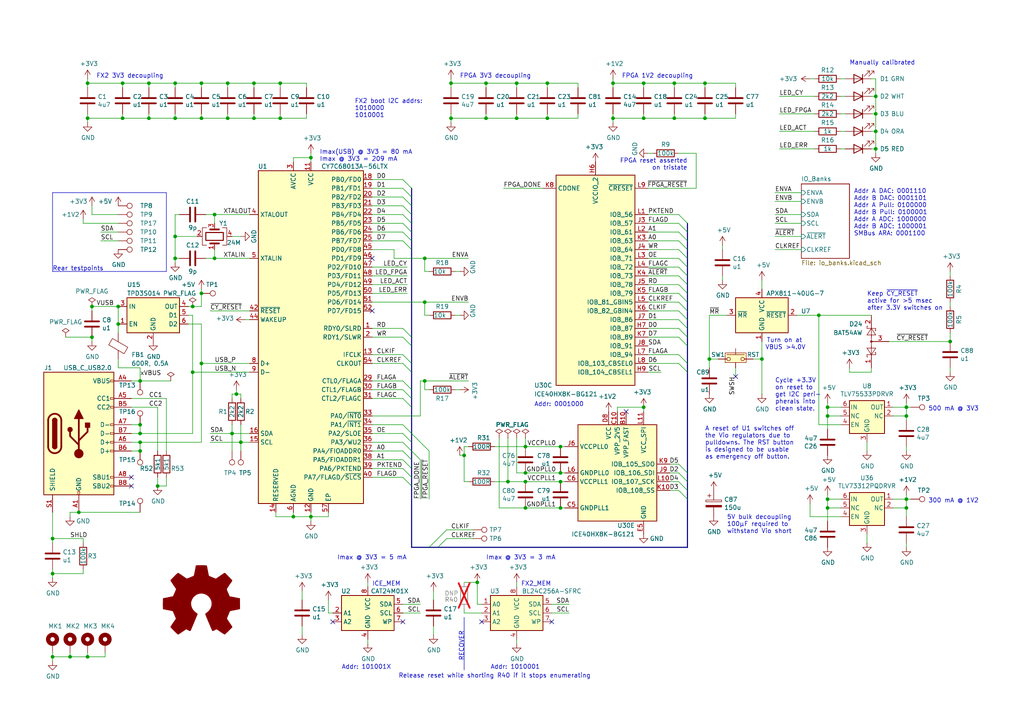
<source format=kicad_sch>
(kicad_sch (version 20231120) (generator "eeschema") (generator_version "8.0")
  (paper "A4")
  (title_block (title "Base Board") (rev "C2") (company "whitequark research") (comment 1 "Glasgow Debug Tool"))
  (lib_symbols
    (symbol "+1V2_1" (power) (pin_names (offset 0))
      (property "Value" "+1V2" (at 0 3.556 0))
      (symbol "+1V2_1_1_1"
        (pin power_in line (at 0 0 90) (length 0) hide (name "+1V2") (number "1"))
      )
    )
    (symbol "+1V2_2" (power) (pin_names (offset 0))
      (property "Value" "+1V2" (at 0 3.556 0))
      (symbol "+1V2_2_1_1"
        (pin power_in line (at 0 0 90) (length 0) hide (name "+1V2") (number "1"))
      )
    )
    (symbol "+1V2_3" (power) (pin_names (offset 0))
      (property "Value" "+1V2" (at 0 3.556 0))
      (symbol "+1V2_3_1_1"
        (pin power_in line (at 0 0 90) (length 0) hide (name "+1V2") (number "1"))
      )
    )
    (symbol "+1V2_4" (power) (pin_names (offset 0))
      (property "Value" "+1V2" (at 0 3.556 0))
      (symbol "+1V2_4_1_1"
        (pin power_in line (at 0 0 90) (length 0) hide (name "+1V2") (number "1"))
      )
    )
    (symbol "+3.3V_1" (power) (pin_names (offset 0))
      (property "Value" "+3.3V" (at 0 3.556 0))
      (symbol "+3.3V_1_1_1"
        (pin power_in line (at 0 0 90) (length 0) hide (name "+3V3") (number "1"))
      )
    )
    (symbol "+3.3V_10" (power) (pin_names (offset 0))
      (property "Value" "+3.3V" (at 0 3.556 0))
      (symbol "+3.3V_10_1_1"
        (pin power_in line (at 0 0 90) (length 0) hide (name "+3V3") (number "1"))
      )
    )
    (symbol "+3.3V_11" (power) (pin_names (offset 0))
      (property "Value" "+3.3V" (at 0 3.556 0))
      (symbol "+3.3V_11_1_1"
        (pin power_in line (at 0 0 90) (length 0) hide (name "+3V3") (number "1"))
      )
    )
    (symbol "+3.3V_12" (power) (pin_names (offset 0))
      (property "Value" "+3.3V" (at 0 3.556 0))
      (symbol "+3.3V_12_1_1"
        (pin power_in line (at 0 0 90) (length 0) hide (name "+3V3") (number "1"))
      )
    )
    (symbol "+3.3V_13" (power) (pin_names (offset 0))
      (property "Value" "+3.3V" (at 0 3.556 0))
      (symbol "+3.3V_13_1_1"
        (pin power_in line (at 0 0 90) (length 0) hide (name "+3V3") (number "1"))
      )
    )
    (symbol "+3.3V_14" (power) (pin_names (offset 0))
      (property "Value" "+3.3V" (at 0 3.556 0))
      (symbol "+3.3V_14_1_1"
        (pin power_in line (at 0 0 90) (length 0) hide (name "+3V3") (number "1"))
      )
    )
    (symbol "+3.3V_15" (power) (pin_names (offset 0))
      (property "Value" "+3.3V" (at 0 3.556 0))
      (symbol "+3.3V_15_1_1"
        (pin power_in line (at 0 0 90) (length 0) hide (name "+3V3") (number "1"))
      )
    )
    (symbol "+3.3V_16" (power) (pin_names (offset 0))
      (property "Value" "+3.3V" (at 0 3.556 0))
      (symbol "+3.3V_16_1_1"
        (pin power_in line (at 0 0 90) (length 0) hide (name "+3V3") (number "1"))
      )
    )
    (symbol "+3.3V_17" (power) (pin_names (offset 0))
      (property "Value" "+3.3V" (at 0 3.556 0))
      (symbol "+3.3V_17_1_1"
        (pin power_in line (at 0 0 90) (length 0) hide (name "+3V3") (number "1"))
      )
    )
    (symbol "+3.3V_18" (power) (pin_names (offset 0))
      (property "Value" "+3.3V" (at 0 3.556 0))
      (symbol "+3.3V_18_1_1"
        (pin power_in line (at 0 0 90) (length 0) hide (name "+3V3") (number "1"))
      )
    )
    (symbol "+3.3V_2" (power) (pin_names (offset 0))
      (property "Value" "+3.3V" (at 0 3.556 0))
      (symbol "+3.3V_2_1_1"
        (pin power_in line (at 0 0 90) (length 0) hide (name "+3V3") (number "1"))
      )
    )
    (symbol "+3.3V_3" (power) (pin_names (offset 0))
      (property "Value" "+3.3V" (at 0 3.556 0))
      (symbol "+3.3V_3_1_1"
        (pin power_in line (at 0 0 90) (length 0) hide (name "+3V3") (number "1"))
      )
    )
    (symbol "+3.3V_4" (power) (pin_names (offset 0))
      (property "Value" "+3.3V" (at 0 3.556 0))
      (symbol "+3.3V_4_1_1"
        (pin power_in line (at 0 0 90) (length 0) hide (name "+3V3") (number "1"))
      )
    )
    (symbol "+3.3V_5" (power) (pin_names (offset 0))
      (property "Value" "+3.3V" (at 0 3.556 0))
      (symbol "+3.3V_5_1_1"
        (pin power_in line (at 0 0 90) (length 0) hide (name "+3V3") (number "1"))
      )
    )
    (symbol "+3.3V_6" (power) (pin_names (offset 0))
      (property "Value" "+3.3V" (at 0 3.556 0))
      (symbol "+3.3V_6_1_1"
        (pin power_in line (at 0 0 90) (length 0) hide (name "+3V3") (number "1"))
      )
    )
    (symbol "+3.3V_7" (power) (pin_names (offset 0))
      (property "Value" "+3.3V" (at 0 3.556 0))
      (symbol "+3.3V_7_1_1"
        (pin power_in line (at 0 0 90) (length 0) hide (name "+3V3") (number "1"))
      )
    )
    (symbol "+3.3V_8" (power) (pin_names (offset 0))
      (property "Value" "+3.3V" (at 0 3.556 0))
      (symbol "+3.3V_8_1_1"
        (pin power_in line (at 0 0 90) (length 0) hide (name "+3V3") (number "1"))
      )
    )
    (symbol "+3.3V_9" (power) (pin_names (offset 0))
      (property "Value" "+3.3V" (at 0 3.556 0))
      (symbol "+3.3V_9_1_1"
        (pin power_in line (at 0 0 90) (length 0) hide (name "+3V3") (number "1"))
      )
    )
    (symbol "+5V_1" (power) (pin_names (offset 0))
      (property "Value" "+5V" (at 0 3.556 0))
      (symbol "+5V_1_1_1"
        (pin power_in line (at 0 0 90) (length 0) hide (name "+5V") (number "1"))
      )
    )
    (symbol "+5V_2" (power) (pin_names (offset 0))
      (property "Value" "+5V" (at 0 3.556 0))
      (symbol "+5V_2_1_1"
        (pin power_in line (at 0 0 90) (length 0) hide (name "+5V") (number "1"))
      )
    )
    (symbol "+5V_3" (power) (pin_names (offset 0))
      (property "Value" "+5V" (at 0 3.556 0))
      (symbol "+5V_3_1_1"
        (pin power_in line (at 0 0 90) (length 0) hide (name "+5V") (number "1"))
      )
    )
    (symbol "+5V_4" (power) (pin_names (offset 0))
      (property "Value" "+5V" (at 0 3.556 0))
      (symbol "+5V_4_1_1"
        (pin power_in line (at 0 0 90) (length 0) hide (name "+5V") (number "1"))
      )
    )
    (symbol "+5V_5" (power) (pin_names (offset 0))
      (property "Value" "+5V" (at 0 3.556 0))
      (symbol "+5V_5_1_1"
        (pin power_in line (at 0 0 90) (length 0) hide (name "+5V") (number "1"))
      )
    )
    (symbol "+5V_6" (power) (pin_names (offset 0))
      (property "Value" "+5V" (at 0 3.556 0))
      (symbol "+5V_6_1_1"
        (pin power_in line (at 0 0 90) (length 0) hide (name "+5V") (number "1"))
      )
    )
    (symbol "+5V_7" (power) (pin_names (offset 0))
      (property "Value" "+5V" (at 0 3.556 0))
      (symbol "+5V_7_1_1"
        (pin power_in line (at 0 0 90) (length 0) hide (name "+5V") (number "1"))
      )
    )
    (symbol "Connector:TestPoint" (pin_numbers hide) (pin_names (offset 0.762) hide)
      (property "Reference" "TP" (at 0 6.858 0))
      (property "Value" "TestPoint" (at 0 5.08 0))
      (symbol "TestPoint_1_1"
        (pin passive line (at 0 0 90) (length 2.54) (name "1") (number "1"))
      )
    )
    (symbol "Connector:USB_C_Receptacle_USB2.0" (pin_names (offset 1.016))
      (property "Reference" "J" (at -10.16 19.05 0))
      (property "Value" "USB_C_Receptacle_USB2.0" (at 19.05 19.05 0))
      (symbol "USB_C_Receptacle_USB2.0_1_1"
        (pin passive line (at 0 -22.86 90) (length 5.08) (name "GND") (number "A1"))
        (pin passive line (at 0 -22.86 90) (length 5.08) hide (name "GND") (number "A12"))
        (pin passive line (at 15.24 15.24 180) (length 5.08) (name "VBUS") (number "A4"))
        (pin bidirectional line (at 15.24 10.16 180) (length 5.08) (name "CC1") (number "A5"))
        (pin bidirectional line (at 15.24 -2.54 180) (length 5.08) (name "D+") (number "A6"))
        (pin bidirectional line (at 15.24 2.54 180) (length 5.08) (name "D-") (number "A7"))
        (pin bidirectional line (at 15.24 -12.7 180) (length 5.08) (name "SBU1") (number "A8"))
        (pin passive line (at 15.24 15.24 180) (length 5.08) hide (name "VBUS") (number "A9"))
        (pin passive line (at 0 -22.86 90) (length 5.08) hide (name "GND") (number "B1"))
        (pin passive line (at 0 -22.86 90) (length 5.08) hide (name "GND") (number "B12"))
        (pin passive line (at 15.24 15.24 180) (length 5.08) hide (name "VBUS") (number "B4"))
        (pin bidirectional line (at 15.24 7.62 180) (length 5.08) (name "CC2") (number "B5"))
        (pin bidirectional line (at 15.24 -5.08 180) (length 5.08) (name "D+") (number "B6"))
        (pin bidirectional line (at 15.24 0 180) (length 5.08) (name "D-") (number "B7"))
        (pin bidirectional line (at 15.24 -15.24 180) (length 5.08) (name "SBU2") (number "B8"))
        (pin passive line (at 15.24 15.24 180) (length 5.08) hide (name "VBUS") (number "B9"))
        (pin passive line (at -7.62 -22.86 90) (length 5.08) (name "SHIELD") (number "S1"))
      )
    )
    (symbol "Device:C" (pin_numbers hide) (pin_names (offset 0.254))
      (property "Reference" "C" (at 0.635 2.54 0))
      (property "Value" "C" (at 0.635 -2.54 0))
      (symbol "C_1_1"
        (pin passive line (at 0 3.81 270) (length 2.794) (name "~") (number "1"))
        (pin passive line (at 0 -3.81 90) (length 2.794) (name "~") (number "2"))
      )
    )
    (symbol "Device:C_Polarized" (pin_numbers hide) (pin_names (offset 0.254))
      (property "Reference" "C" (at 0.635 2.54 0))
      (property "Value" "C_Polarized" (at 0.635 -2.54 0))
      (symbol "C_Polarized_1_1"
        (pin passive line (at 0 3.81 270) (length 2.794) (name "~") (number "1"))
        (pin passive line (at 0 -3.81 90) (length 2.794) (name "~") (number "2"))
      )
    )
    (symbol "Device:Crystal_GND24" (pin_names (offset 1.016) hide)
      (property "Reference" "Y" (at 3.175 5.08 0))
      (property "Value" "Crystal_GND24" (at 3.175 3.175 0))
      (symbol "Crystal_GND24_1_1"
        (pin passive line (at -3.81 0 0) (length 1.27) (name "1") (number "1"))
        (pin passive line (at 0 5.08 270) (length 1.27) (name "2") (number "2"))
        (pin passive line (at 3.81 0 180) (length 1.27) (name "3") (number "3"))
        (pin passive line (at 0 -5.08 90) (length 1.27) (name "4") (number "4"))
      )
    )
    (symbol "Device:FerriteBead" (pin_numbers hide) (pin_names (offset 0))
      (property "Reference" "FB" (at -3.81 0.635 90))
      (property "Value" "FerriteBead" (at 3.81 0 90))
      (symbol "FerriteBead_1_1"
        (pin passive line (at 0 3.81 270) (length 2.54) (name "~") (number "1"))
        (pin passive line (at 0 -3.81 90) (length 2.54) (name "~") (number "2"))
      )
    )
    (symbol "Device:LED" (pin_numbers hide) (pin_names (offset 1.016) hide)
      (property "Reference" "D" (at 0 2.54 0))
      (property "Value" "LED" (at 0 -2.54 0))
      (symbol "LED_1_1"
        (pin passive line (at -3.81 0 0) (length 2.54) (name "K") (number "1"))
        (pin passive line (at 3.81 0 180) (length 2.54) (name "A") (number "2"))
      )
    )
    (symbol "Device:R" (pin_numbers hide) (pin_names (offset 0))
      (property "Reference" "R" (at 2.032 0 90))
      (property "Value" "R" (at 0 0 90))
      (symbol "R_1_1"
        (pin passive line (at 0 3.81 270) (length 1.27) (name "~") (number "1"))
        (pin passive line (at 0 -3.81 90) (length 1.27) (name "~") (number "2"))
      )
    )
    (symbol "Diode:BAT54AW" (pin_names (offset 1.016))
      (property "Reference" "D" (at 0.635 -3.81 0))
      (property "Value" "BAT54AW" (at -6.35 3.175 0))
      (symbol "BAT54AW_1_1"
        (pin passive line (at -7.62 0 0) (length 3.81) (name "~") (number "1"))
        (pin passive line (at 7.62 0 180) (length 3.81) (name "~") (number "2"))
        (pin passive line (at 0 -5.08 90) (length 5.08) (name "~") (number "3"))
      )
    )
    (symbol "FPGA_Lattice:ICE40HX8K-BG121"
      (property "Reference" "U" (at 2.54 44.45 0))
      (property "Value" "ICE40HX8K-BG121" (at 10.16 41.91 0))
      (symbol "ICE40HX8K-BG121_1_1"
        (pin bidirectional line (at -12.7 -35.56 0) (length 3.81) (name "IOT_225") (number "A1"))
        (pin bidirectional line (at -12.7 17.78 0) (length 3.81) (name "IOT_170") (number "A10"))
        (pin bidirectional line (at -12.7 20.32 0) (length 3.81) (name "IOT_168") (number "A11"))
        (pin bidirectional line (at -12.7 -30.48 0) (length 3.81) (name "IOT_222") (number "A2"))
        (pin bidirectional line (at -12.7 -33.02 0) (length 3.81) (name "IOT_223") (number "A3"))
        (pin bidirectional line (at -12.7 -20.32 0) (length 3.81) (name "IOT_211") (number "A4"))
        (pin bidirectional line (at -12.7 -15.24 0) (length 3.81) (name "IOT_207") (number "A5"))
        (pin bidirectional line (at -12.7 -12.7 0) (length 3.81) (name "IOT_206") (number "A6"))
        (pin bidirectional line (at -12.7 -5.08 0) (length 3.81) (name "IOT_192") (number "A7"))
        (pin bidirectional line (at -12.7 0 0) (length 3.81) (name "IOT_190") (number "A8"))
        (pin bidirectional line (at -12.7 7.62 0) (length 3.81) (name "IOT_178") (number "A9"))
        (pin bidirectional line (at -12.7 -27.94 0) (length 3.81) (name "IOT_221") (number "B3"))
        (pin bidirectional line (at -12.7 -25.4 0) (length 3.81) (name "IOT_219") (number "B4"))
        (pin bidirectional line (at -12.7 -17.78 0) (length 3.81) (name "IOT_208") (number "B5"))
        (pin bidirectional line (at -12.7 -10.16 0) (length 3.81) (name "IOT_198_GBIN0") (number "B6"))
        (pin bidirectional line (at -12.7 -7.62 0) (length 3.81) (name "IOT_197_GBIN1") (number "B7"))
        (pin bidirectional line (at -12.7 10.16 0) (length 3.81) (name "IOT_177") (number "B8"))
        (pin bidirectional line (at -12.7 12.7 0) (length 3.81) (name "IOT_174") (number "B9"))
        (pin bidirectional line (at -12.7 -2.54 0) (length 3.81) (name "IOT_191") (number "C7"))
        (pin bidirectional line (at -12.7 5.08 0) (length 3.81) (name "IOT_179") (number "C8"))
        (pin bidirectional line (at -12.7 15.24 0) (length 3.81) (name "IOT_172") (number "C9"))
        (pin bidirectional line (at -12.7 -22.86 0) (length 3.81) (name "IOT_212") (number "D5"))
        (pin power_in line (at 0 35.56 270) (length 3.81) (name "VCCIO_0") (number "D6"))
        (pin bidirectional line (at -12.7 2.54 0) (length 3.81) (name "IOT_181") (number "D7"))
      )
      (symbol "ICE40HX8K-BG121_2_1"
        (pin bidirectional line (at -12.7 -30.48 0) (length 3.81) (name "IOR_161") (number "B11"))
        (pin bidirectional line (at -12.7 -27.94 0) (length 3.81) (name "IOR_160") (number "C11"))
        (pin bidirectional line (at -12.7 -25.4 0) (length 3.81) (name "IOR_154") (number "D10"))
        (pin bidirectional line (at -12.7 -22.86 0) (length 3.81) (name "IOR_152") (number "D11"))
        (pin bidirectional line (at -12.7 -17.78 0) (length 3.81) (name "IOR_147") (number "D9"))
        (pin bidirectional line (at -12.7 -10.16 0) (length 3.81) (name "IOR_141_GBIN2") (number "E10"))
        (pin bidirectional line (at -12.7 -20.32 0) (length 3.81) (name "IOR_148") (number "E11"))
        (pin bidirectional line (at -12.7 -15.24 0) (length 3.81) (name "IOR_146") (number "E8"))
        (pin bidirectional line (at -12.7 -12.7 0) (length 3.81) (name "IOR_144") (number "E9"))
        (pin bidirectional line (at -12.7 -2.54 0) (length 3.81) (name "IOR_136") (number "F10"))
        (pin bidirectional line (at -12.7 -7.62 0) (length 3.81) (name "IOR_140_GBIN3") (number "F11"))
        (pin power_in line (at 0 35.56 270) (length 3.81) (name "VCCIO_1") (number "F8"))
        (pin bidirectional line (at -12.7 -5.08 0) (length 3.81) (name "IOR_137") (number "F9"))
        (pin bidirectional line (at -12.7 5.08 0) (length 3.81) (name "IOR_120") (number "G10"))
        (pin bidirectional line (at -12.7 0 0) (length 3.81) (name "IOR_129") (number "G11"))
        (pin bidirectional line (at -12.7 10.16 0) (length 3.81) (name "IOR_118") (number "G8"))
        (pin bidirectional line (at -12.7 2.54 0) (length 3.81) (name "IOR_128") (number "G9"))
        (pin bidirectional line (at -12.7 15.24 0) (length 3.81) (name "IOR_116") (number "H10"))
        (pin bidirectional line (at -12.7 7.62 0) (length 3.81) (name "IOR_119") (number "H11"))
        (pin bidirectional line (at -12.7 12.7 0) (length 3.81) (name "IOR_117") (number "J10"))
        (pin bidirectional line (at -12.7 20.32 0) (length 3.81) (name "IOR_114") (number "J11"))
        (pin bidirectional line (at -12.7 17.78 0) (length 3.81) (name "IOR_115") (number "K11"))
      )
      (symbol "ICE40HX8K-BG121_3_1"
        (pin power_in line (at 0 33.02 270) (length 3.81) (name "VCCIO_2") (number "H6"))
        (pin bidirectional line (at -15.24 -15.24 0) (length 3.81) (name "IOB_87") (number "H7"))
        (pin bidirectional line (at -15.24 -27.94 0) (length 3.81) (name "IOB_104_CBSEL1") (number "H9"))
        (pin bidirectional line (at -15.24 15.24 0) (length 3.81) (name "IOB_57") (number "J3"))
        (pin bidirectional line (at -15.24 7.62 0) (length 3.81) (name "IOB_64") (number "J4"))
        (pin bidirectional line (at -15.24 -2.54 0) (length 3.81) (name "IOB_78") (number "J5"))
        (pin bidirectional line (at -15.24 -12.7 0) (length 3.81) (name "IOB_86") (number "J7"))
        (pin bidirectional line (at -15.24 -20.32 0) (length 3.81) (name "IOB_91") (number "J8"))
        (pin bidirectional line (at -15.24 10.16 0) (length 3.81) (name "IOB_63") (number "K3"))
        (pin bidirectional line (at -15.24 0 0) (length 3.81) (name "IOB_73") (number "K4"))
        (pin bidirectional line (at -15.24 -5.08 0) (length 3.81) (name "IOB_79") (number "K5"))
        (pin bidirectional line (at -15.24 -10.16 0) (length 3.81) (name "IOB_82_GBIN4") (number "K6"))
        (pin bidirectional line (at -15.24 -17.78 0) (length 3.81) (name "IOB_89") (number "K7"))
        (pin open_collector line (at 15.24 25.4 180) (length 3.81) (name "CDONE") (number "K8"))
        (pin bidirectional line (at -15.24 17.78 0) (length 3.81) (name "IOB_56") (number "L1"))
        (pin bidirectional line (at -15.24 12.7 0) (length 3.81) (name "IOB_61") (number "L2"))
        (pin bidirectional line (at -15.24 5.08 0) (length 3.81) (name "IOB_71") (number "L3"))
        (pin bidirectional line (at -15.24 2.54 0) (length 3.81) (name "IOB_72") (number "L4"))
        (pin bidirectional line (at -15.24 -7.62 0) (length 3.81) (name "IOB_81_GBIN5") (number "L5"))
        (pin bidirectional line (at -15.24 -22.86 0) (length 3.81) (name "IOB_94") (number "L7"))
        (pin bidirectional line (at -15.24 -25.4 0) (length 3.81) (name "IOB_103_CBSEL0") (number "L8"))
        (pin input line (at -15.24 25.4 0) (length 3.81) (name "~{CRESET}") (number "L9"))
      )
      (symbol "ICE40HX8K-BG121_4_1"
        (pin bidirectional line (at -12.7 27.94 0) (length 3.81) (name "IOL_2A") (number "B1"))
        (pin bidirectional line (at -12.7 25.4 0) (length 3.81) (name "IOL_2B") (number "B2"))
        (pin bidirectional line (at -12.7 15.24 0) (length 3.81) (name "IOL_5B") (number "C1"))
        (pin bidirectional line (at -12.7 17.78 0) (length 3.81) (name "IOL_5A") (number "C2"))
        (pin bidirectional line (at -12.7 20.32 0) (length 3.81) (name "IOL_4B") (number "C3"))
        (pin bidirectional line (at -12.7 22.86 0) (length 3.81) (name "IOL_4A") (number "C4"))
        (pin bidirectional line (at -12.7 10.16 0) (length 3.81) (name "IOL_8B") (number "D1"))
        (pin bidirectional line (at -12.7 7.62 0) (length 3.81) (name "IOL_9A") (number "D2"))
        (pin bidirectional line (at -12.7 5.08 0) (length 3.81) (name "IOL_9B") (number "D3"))
        (pin bidirectional line (at -12.7 12.7 0) (length 3.81) (name "IOL_8A") (number "E1"))
        (pin bidirectional line (at -12.7 2.54 0) (length 3.81) (name "IOL_10A") (number "E2"))
        (pin bidirectional line (at -12.7 0 0) (length 3.81) (name "IOL_10B") (number "E3"))
        (pin power_in line (at 0 43.18 270) (length 3.81) (name "VCCIO_3") (number "E4"))
        (pin bidirectional line (at -12.7 -2.54 0) (length 3.81) (name "IOL_12A") (number "F1"))
        (pin bidirectional line (at -12.7 -5.08 0) (length 3.81) (name "IOL_12B") (number "F2"))
        (pin bidirectional line (at -12.7 -10.16 0) (length 3.81) (name "IOL_13B_GBIN7") (number "F3"))
        (pin bidirectional line (at -12.7 -7.62 0) (length 3.81) (name "IOL_13A") (number "F4"))
        (pin bidirectional line (at -12.7 -12.7 0) (length 3.81) (name "IOL_14A_GBIN6") (number "G1"))
        (pin bidirectional line (at -12.7 -15.24 0) (length 3.81) (name "IOL_14B") (number "G2"))
        (pin bidirectional line (at -12.7 -17.78 0) (length 3.81) (name "IOL_17A") (number "G3"))
        (pin passive line (at 0 43.18 270) (length 3.81) hide (name "VCCIO_3") (number "G4"))
        (pin bidirectional line (at -12.7 -22.86 0) (length 3.81) (name "IOL_18A") (number "H1"))
        (pin bidirectional line (at -12.7 -25.4 0) (length 3.81) (name "IOL_18B") (number "H2"))
        (pin bidirectional line (at -12.7 -20.32 0) (length 3.81) (name "IOL_17B") (number "H3"))
        (pin bidirectional line (at -12.7 -27.94 0) (length 3.81) (name "IOL_23A") (number "J1"))
        (pin bidirectional line (at -12.7 -35.56 0) (length 3.81) (name "IOL_25B") (number "J2"))
        (pin bidirectional line (at -12.7 -30.48 0) (length 3.81) (name "IOL_23B") (number "K1"))
        (pin bidirectional line (at -12.7 -33.02 0) (length 3.81) (name "IOL_25A") (number "K2"))
      )
      (symbol "ICE40HX8K-BG121_5_1"
        (pin power_in line (at -2.54 17.78 270) (length 3.81) (name "VPP_FAST") (number "B10"))
        (pin power_in line (at 0 17.78 270) (length 3.81) (name "VPP_2V5") (number "C10"))
        (pin power_in line (at 15.24 -10.16 180) (length 3.81) (name "GNDPLL1") (number "C5"))
        (pin power_in line (at 15.24 -2.54 180) (length 3.81) (name "VCCPLL1") (number "C6"))
        (pin passive line (at 2.54 17.78 270) (length 3.81) hide (name "VCC") (number "D4"))
        (pin power_in line (at 2.54 17.78 270) (length 3.81) (name "VCC") (number "D8"))
        (pin power_in line (at -7.62 -17.78 90) (length 3.81) (name "GND") (number "E5"))
        (pin passive line (at -7.62 -17.78 90) (length 3.81) hide (name "GND") (number "E6"))
        (pin passive line (at -7.62 -17.78 90) (length 3.81) hide (name "GND") (number "E7"))
        (pin passive line (at -7.62 -17.78 90) (length 3.81) hide (name "GND") (number "F5"))
        (pin passive line (at -7.62 -17.78 90) (length 3.81) hide (name "GND") (number "F6"))
        (pin passive line (at -7.62 -17.78 90) (length 3.81) hide (name "GND") (number "F7"))
        (pin passive line (at -7.62 -17.78 90) (length 3.81) hide (name "GND") (number "G5"))
        (pin passive line (at -7.62 -17.78 90) (length 3.81) hide (name "GND") (number "G6"))
        (pin passive line (at -7.62 -17.78 90) (length 3.81) hide (name "GND") (number "G7"))
        (pin passive line (at 2.54 17.78 270) (length 3.81) hide (name "VCC") (number "H4"))
        (pin passive line (at -7.62 -17.78 90) (length 3.81) hide (name "GND") (number "H5"))
        (pin passive line (at 2.54 17.78 270) (length 3.81) hide (name "VCC") (number "H8"))
        (pin power_in line (at 15.24 7.62 180) (length 3.81) (name "VCCPLL0") (number "J6"))
        (pin bidirectional line (at -15.24 0 0) (length 3.81) (name "IOB_106_SDI") (number "J9"))
        (pin bidirectional line (at -15.24 -5.08 0) (length 3.81) (name "IOB_108_SS") (number "K10"))
        (pin bidirectional line (at -15.24 2.54 0) (length 3.81) (name "IOB_105_SDO") (number "K9"))
        (pin bidirectional line (at -15.24 -2.54 0) (length 3.81) (name "IOB_107_SCK") (number "L10"))
        (pin power_in line (at -7.62 17.78 270) (length 3.81) (name "VCC_SPI") (number "L11"))
        (pin power_in line (at 15.24 0 180) (length 3.81) (name "GNDPLL0") (number "L6"))
      )
    )
    (symbol "GND_1" (power) (pin_names (offset 0))
      (property "Value" "GND" (at 0 -3.81 0))
      (symbol "GND_1_1_1"
        (pin power_in line (at 0 0 270) (length 0) hide (name "GND") (number "1"))
      )
    )
    (symbol "GND_10" (power) (pin_names (offset 0))
      (property "Value" "GND" (at 0 -3.81 0))
      (symbol "GND_10_1_1"
        (pin power_in line (at 0 0 270) (length 0) hide (name "GND") (number "1"))
      )
    )
    (symbol "GND_11" (power) (pin_names (offset 0))
      (property "Value" "GND" (at 0 -3.81 0))
      (symbol "GND_11_1_1"
        (pin power_in line (at 0 0 270) (length 0) hide (name "GND") (number "1"))
      )
    )
    (symbol "GND_12" (power) (pin_names (offset 0))
      (property "Value" "GND" (at 0 -3.81 0))
      (symbol "GND_12_1_1"
        (pin power_in line (at 0 0 270) (length 0) hide (name "GND") (number "1"))
      )
    )
    (symbol "GND_13" (power) (pin_names (offset 0))
      (property "Value" "GND" (at 0 -3.81 0))
      (symbol "GND_13_1_1"
        (pin power_in line (at 0 0 270) (length 0) hide (name "GND") (number "1"))
      )
    )
    (symbol "GND_14" (power) (pin_names (offset 0))
      (property "Value" "GND" (at 0 -3.81 0))
      (symbol "GND_14_1_1"
        (pin power_in line (at 0 0 270) (length 0) hide (name "GND") (number "1"))
      )
    )
    (symbol "GND_15" (power) (pin_names (offset 0))
      (property "Value" "GND" (at 0 -3.81 0))
      (symbol "GND_15_1_1"
        (pin power_in line (at 0 0 270) (length 0) hide (name "GND") (number "1"))
      )
    )
    (symbol "GND_16" (power) (pin_names (offset 0))
      (property "Value" "GND" (at 0 -3.81 0))
      (symbol "GND_16_1_1"
        (pin power_in line (at 0 0 270) (length 0) hide (name "GND") (number "1"))
      )
    )
    (symbol "GND_17" (power) (pin_names (offset 0))
      (property "Value" "GND" (at 0 -3.81 0))
      (symbol "GND_17_1_1"
        (pin power_in line (at 0 0 270) (length 0) hide (name "GND") (number "1"))
      )
    )
    (symbol "GND_18" (power) (pin_names (offset 0))
      (property "Value" "GND" (at 0 -3.81 0))
      (symbol "GND_18_1_1"
        (pin power_in line (at 0 0 270) (length 0) hide (name "GND") (number "1"))
      )
    )
    (symbol "GND_19" (power) (pin_names (offset 0))
      (property "Value" "GND" (at 0 -3.81 0))
      (symbol "GND_19_1_1"
        (pin power_in line (at 0 0 270) (length 0) hide (name "GND") (number "1"))
      )
    )
    (symbol "GND_2" (power) (pin_names (offset 0))
      (property "Value" "GND" (at 0 -3.81 0))
      (symbol "GND_2_1_1"
        (pin power_in line (at 0 0 270) (length 0) hide (name "GND") (number "1"))
      )
    )
    (symbol "GND_20" (power) (pin_names (offset 0))
      (property "Value" "GND" (at 0 -3.81 0))
      (symbol "GND_20_1_1"
        (pin power_in line (at 0 0 270) (length 0) hide (name "GND") (number "1"))
      )
    )
    (symbol "GND_21" (power) (pin_names (offset 0))
      (property "Value" "GND" (at 0 -3.81 0))
      (symbol "GND_21_1_1"
        (pin power_in line (at 0 0 270) (length 0) hide (name "GND") (number "1"))
      )
    )
    (symbol "GND_22" (power) (pin_names (offset 0))
      (property "Value" "GND" (at 0 -3.81 0))
      (symbol "GND_22_1_1"
        (pin power_in line (at 0 0 270) (length 0) hide (name "GND") (number "1"))
      )
    )
    (symbol "GND_23" (power) (pin_names (offset 0))
      (property "Value" "GND" (at 0 -3.81 0))
      (symbol "GND_23_1_1"
        (pin power_in line (at 0 0 270) (length 0) hide (name "GND") (number "1"))
      )
    )
    (symbol "GND_24" (power) (pin_names (offset 0))
      (property "Value" "GND" (at 0 -3.81 0))
      (symbol "GND_24_1_1"
        (pin power_in line (at 0 0 270) (length 0) hide (name "GND") (number "1"))
      )
    )
    (symbol "GND_25" (power) (pin_names (offset 0))
      (property "Value" "GND" (at 0 -3.81 0))
      (symbol "GND_25_1_1"
        (pin power_in line (at 0 0 270) (length 0) hide (name "GND") (number "1"))
      )
    )
    (symbol "GND_26" (power) (pin_names (offset 0))
      (property "Value" "GND" (at 0 -3.81 0))
      (symbol "GND_26_1_1"
        (pin power_in line (at 0 0 270) (length 0) hide (name "GND") (number "1"))
      )
    )
    (symbol "GND_27" (power) (pin_names (offset 0))
      (property "Value" "GND" (at 0 -3.81 0))
      (symbol "GND_27_1_1"
        (pin power_in line (at 0 0 270) (length 0) hide (name "GND") (number "1"))
      )
    )
    (symbol "GND_28" (power) (pin_names (offset 0))
      (property "Value" "GND" (at 0 -3.81 0))
      (symbol "GND_28_1_1"
        (pin power_in line (at 0 0 270) (length 0) hide (name "GND") (number "1"))
      )
    )
    (symbol "GND_29" (power) (pin_names (offset 0))
      (property "Value" "GND" (at 0 -3.81 0))
      (symbol "GND_29_1_1"
        (pin power_in line (at 0 0 270) (length 0) hide (name "GND") (number "1"))
      )
    )
    (symbol "GND_3" (power) (pin_names (offset 0))
      (property "Value" "GND" (at 0 -3.81 0))
      (symbol "GND_3_1_1"
        (pin power_in line (at 0 0 270) (length 0) hide (name "GND") (number "1"))
      )
    )
    (symbol "GND_30" (power) (pin_names (offset 0))
      (property "Value" "GND" (at 0 -3.81 0))
      (symbol "GND_30_1_1"
        (pin power_in line (at 0 0 270) (length 0) hide (name "GND") (number "1"))
      )
    )
    (symbol "GND_31" (power) (pin_names (offset 0))
      (property "Value" "GND" (at 0 -3.81 0))
      (symbol "GND_31_1_1"
        (pin power_in line (at 0 0 270) (length 0) hide (name "GND") (number "1"))
      )
    )
    (symbol "GND_32" (power) (pin_names (offset 0))
      (property "Value" "GND" (at 0 -3.81 0))
      (symbol "GND_32_1_1"
        (pin power_in line (at 0 0 270) (length 0) hide (name "GND") (number "1"))
      )
    )
    (symbol "GND_4" (power) (pin_names (offset 0))
      (property "Value" "GND" (at 0 -3.81 0))
      (symbol "GND_4_1_1"
        (pin power_in line (at 0 0 270) (length 0) hide (name "GND") (number "1"))
      )
    )
    (symbol "GND_5" (power) (pin_names (offset 0))
      (property "Value" "GND" (at 0 -3.81 0))
      (symbol "GND_5_1_1"
        (pin power_in line (at 0 0 270) (length 0) hide (name "GND") (number "1"))
      )
    )
    (symbol "GND_6" (power) (pin_names (offset 0))
      (property "Value" "GND" (at 0 -3.81 0))
      (symbol "GND_6_1_1"
        (pin power_in line (at 0 0 270) (length 0) hide (name "GND") (number "1"))
      )
    )
    (symbol "GND_7" (power) (pin_names (offset 0))
      (property "Value" "GND" (at 0 -3.81 0))
      (symbol "GND_7_1_1"
        (pin power_in line (at 0 0 270) (length 0) hide (name "GND") (number "1"))
      )
    )
    (symbol "GND_8" (power) (pin_names (offset 0))
      (property "Value" "GND" (at 0 -3.81 0))
      (symbol "GND_8_1_1"
        (pin power_in line (at 0 0 270) (length 0) hide (name "GND") (number "1"))
      )
    )
    (symbol "GND_9" (power) (pin_names (offset 0))
      (property "Value" "GND" (at 0 -3.81 0))
      (symbol "GND_9_1_1"
        (pin power_in line (at 0 0 270) (length 0) hide (name "GND") (number "1"))
      )
    )
    (symbol "Glasgow:SW_Push_Shield" (pin_numbers hide) (pin_names (offset 1.016) hide)
      (property "Reference" "SW" (at 1.27 2.54 0))
      (property "Value" "SW_Push_Shield" (at -1.27 -2.54 0))
      (symbol "SW_Push_Shield_0_1"
        (pin passive line (at -5.08 0 0) (length 2.54) (name "1") (number "1"))
        (pin passive line (at 5.08 0 180) (length 2.54) (name "2") (number "2"))
        (pin passive line (at 0 -2.54 90) (length 1.524) (name "3") (number "3"))
      )
    )
    (symbol "Glasgow:TLV73312PQDRVRQ1" (pin_names (offset 0.254))
      (property "Reference" "U" (at -3.81 5.715 0))
      (property "Value" "TLV73312PQDRVRQ1" (at 0 5.715 0))
      (symbol "TLV73312PQDRVRQ1_1_1"
        (pin power_out line (at 7.62 2.54 180) (length 2.54) (name "OUT") (number "1"))
        (pin passive line (at 7.62 0 180) (length 2.54) (name "NC") (number "2"))
        (pin power_in line (at 0 -7.62 90) (length 2.54) (name "GND") (number "3"))
        (pin input line (at -7.62 -2.54 0) (length 2.54) (name "EN") (number "4"))
        (pin passive line (at -7.62 0 0) (length 2.54) (name "NC") (number "5"))
        (pin power_in line (at -7.62 2.54 0) (length 2.54) (name "IN") (number "6"))
        (pin power_in line (at 0 -7.62 90) (length 2.54) hide (name "GND") (number "7"))
      )
    )
    (symbol "Glasgow:TLV75533PDRVR" (pin_names (offset 0.254))
      (property "Reference" "U" (at -3.81 5.715 0))
      (property "Value" "TLV75533PDRVR" (at 0 5.715 0))
      (symbol "TLV75533PDRVR_1_1"
        (pin power_out line (at 7.62 2.54 180) (length 2.54) (name "OUT") (number "1"))
        (pin passive line (at 7.62 0 180) (length 2.54) (name "NC") (number "2"))
        (pin power_in line (at 0 -7.62 90) (length 2.54) (name "GND") (number "3"))
        (pin input line (at -7.62 -2.54 0) (length 2.54) (name "EN") (number "4"))
        (pin passive line (at -7.62 0 0) (length 2.54) (name "NC") (number "5"))
        (pin power_in line (at -7.62 2.54 0) (length 2.54) (name "IN") (number "6"))
        (pin power_in line (at 0 -7.62 90) (length 2.54) hide (name "GND") (number "7"))
      )
    )
    (symbol "Graphic:Logo_Open_Hardware_Large" (pin_names (offset 1.016)))
    (symbol "MCU_Cypress:CY7C68013A-56LTX"
      (property "Reference" "U" (at -13.97 49.53 0))
      (property "Value" "CY7C68013A-56LTX" (at 11.43 49.53 0))
      (symbol "CY7C68013A-56LTX_1_1"
        (pin input line (at 17.78 2.54 180) (length 2.54) (name "RDY0/SLRD") (number "1"))
        (pin passive line (at -5.08 -50.8 90) (length 2.54) hide (name "AGND") (number "10"))
        (pin power_in line (at 0 50.8 270) (length 2.54) (name "VCC") (number "11"))
        (pin power_in line (at 0 -50.8 90) (length 2.54) (name "GND") (number "12"))
        (pin bidirectional line (at 17.78 -5.08 180) (length 2.54) (name "IFCLK") (number "13"))
        (pin input line (at -10.16 -50.8 90) (length 2.54) (name "RESERVED") (number "14"))
        (pin input line (at -17.78 -30.48 0) (length 2.54) (name "SCL") (number "15"))
        (pin bidirectional line (at -17.78 -27.94 0) (length 2.54) (name "SDA") (number "16"))
        (pin passive line (at 0 50.8 270) (length 2.54) hide (name "VCC") (number "17"))
        (pin bidirectional line (at 17.78 45.72 180) (length 2.54) (name "PB0/FD0") (number "18"))
        (pin bidirectional line (at 17.78 43.18 180) (length 2.54) (name "PB1/FD1") (number "19"))
        (pin input line (at 17.78 0 180) (length 2.54) (name "RDY1/SLWR") (number "2"))
        (pin bidirectional line (at 17.78 40.64 180) (length 2.54) (name "PB2/FD2") (number "20"))
        (pin bidirectional line (at 17.78 38.1 180) (length 2.54) (name "PB3/FD3") (number "21"))
        (pin bidirectional line (at 17.78 35.56 180) (length 2.54) (name "PB4/FD4") (number "22"))
        (pin bidirectional line (at 17.78 33.02 180) (length 2.54) (name "PB5/FD5") (number "23"))
        (pin bidirectional line (at 17.78 30.48 180) (length 2.54) (name "PB6/FD6") (number "24"))
        (pin bidirectional line (at 17.78 27.94 180) (length 2.54) (name "PB7/FD7") (number "25"))
        (pin passive line (at 0 -50.8 90) (length 2.54) hide (name "GND") (number "26"))
        (pin passive line (at 0 50.8 270) (length 2.54) hide (name "VCC") (number "27"))
        (pin passive line (at 0 -50.8 90) (length 2.54) hide (name "GND") (number "28"))
        (pin output line (at 17.78 -12.7 180) (length 2.54) (name "CTL0/FLAGA") (number "29"))
        (pin power_in line (at -5.08 50.8 270) (length 2.54) (name "AVCC") (number "3"))
        (pin output line (at 17.78 -15.24 180) (length 2.54) (name "CTL1/FLAGB") (number "30"))
        (pin output line (at 17.78 -17.78 180) (length 2.54) (name "CTL2/FLAGC") (number "31"))
        (pin passive line (at 0 50.8 270) (length 2.54) hide (name "VCC") (number "32"))
        (pin bidirectional line (at 17.78 -22.86 180) (length 2.54) (name "PA0/~{INT0}") (number "33"))
        (pin bidirectional line (at 17.78 -25.4 180) (length 2.54) (name "PA1/~{INT1}") (number "34"))
        (pin bidirectional line (at 17.78 -27.94 180) (length 2.54) (name "PA2/SLOE") (number "35"))
        (pin bidirectional line (at 17.78 -30.48 180) (length 2.54) (name "PA3/WU2") (number "36"))
        (pin bidirectional line (at 17.78 -33.02 180) (length 2.54) (name "PA4/FIOADDR0") (number "37"))
        (pin bidirectional line (at 17.78 -35.56 180) (length 2.54) (name "PA5/FIOADDR1") (number "38"))
        (pin bidirectional line (at 17.78 -38.1 180) (length 2.54) (name "PA6/PKTEND") (number "39"))
        (pin output line (at -17.78 35.56 0) (length 2.54) (name "XTALOUT") (number "4"))
        (pin bidirectional line (at 17.78 -40.64 180) (length 2.54) (name "PA7/FLAGD/~{SLCS}") (number "40"))
        (pin passive line (at 0 -50.8 90) (length 2.54) hide (name "GND") (number "41"))
        (pin input line (at -17.78 7.62 0) (length 2.54) (name "~{RESET}") (number "42"))
        (pin passive line (at 0 50.8 270) (length 2.54) hide (name "VCC") (number "43"))
        (pin input line (at -17.78 5.08 0) (length 2.54) (name "WAKEUP") (number "44"))
        (pin bidirectional line (at 17.78 25.4 180) (length 2.54) (name "PD0/FD8") (number "45"))
        (pin bidirectional line (at 17.78 22.86 180) (length 2.54) (name "PD1/FD9") (number "46"))
        (pin bidirectional line (at 17.78 20.32 180) (length 2.54) (name "PD2/FD10") (number "47"))
        (pin bidirectional line (at 17.78 17.78 180) (length 2.54) (name "PD3/FD11") (number "48"))
        (pin bidirectional line (at 17.78 15.24 180) (length 2.54) (name "PD4/FD12") (number "49"))
        (pin input line (at -17.78 22.86 0) (length 2.54) (name "XTALIN") (number "5"))
        (pin bidirectional line (at 17.78 12.7 180) (length 2.54) (name "PD5/FD13") (number "50"))
        (pin bidirectional line (at 17.78 10.16 180) (length 2.54) (name "PD6/FD14") (number "51"))
        (pin bidirectional line (at 17.78 7.62 180) (length 2.54) (name "PD7/FD15") (number "52"))
        (pin passive line (at 0 -50.8 90) (length 2.54) hide (name "GND") (number "53"))
        (pin output line (at 17.78 -7.62 180) (length 2.54) (name "CLKOUT") (number "54"))
        (pin passive line (at 0 50.8 270) (length 2.54) hide (name "VCC") (number "55"))
        (pin passive line (at 0 -50.8 90) (length 2.54) hide (name "GND") (number "56"))
        (pin input line (at 5.08 -50.8 90) (length 2.54) (name "EP") (number "57"))
        (pin power_in line (at -5.08 -50.8 90) (length 2.54) (name "AGND") (number "6"))
        (pin passive line (at -5.08 50.8 270) (length 2.54) hide (name "AVCC") (number "7"))
        (pin bidirectional line (at -17.78 -7.62 0) (length 2.54) (name "D+") (number "8"))
        (pin bidirectional line (at -17.78 -10.16 0) (length 2.54) (name "D-") (number "9"))
      )
    )
    (symbol "Mechanical:MountingHole_Pad" (pin_numbers hide) (pin_names (offset 1.016) hide)
      (property "Reference" "H" (at 0 6.35 0))
      (property "Value" "MountingHole_Pad" (at 0 4.445 0))
      (symbol "MountingHole_Pad_1_1"
        (pin input line (at 0 -2.54 90) (length 2.54) (name "1") (number "1"))
      )
    )
    (symbol "Memory_EEPROM:CAT24C256"
      (property "Reference" "U" (at -6.35 6.35 0))
      (property "Value" "CAT24C256" (at 1.27 6.35 0))
      (symbol "CAT24C256_1_1"
        (pin input line (at -10.16 2.54 0) (length 2.54) (name "A0") (number "1"))
        (pin input line (at -10.16 0 0) (length 2.54) (name "A1") (number "2"))
        (pin input line (at -10.16 -2.54 0) (length 2.54) (name "A2") (number "3"))
        (pin power_in line (at 0 -7.62 90) (length 2.54) (name "GND") (number "4"))
        (pin bidirectional line (at 10.16 2.54 180) (length 2.54) (name "SDA") (number "5"))
        (pin input line (at 10.16 0 180) (length 2.54) (name "SCL") (number "6"))
        (pin input line (at 10.16 -2.54 180) (length 2.54) (name "WP") (number "7"))
        (pin power_in line (at 0 7.62 270) (length 2.54) (name "VCC") (number "8"))
      )
    )
    (symbol "Memory_EEPROM:CAT24M01W"
      (property "Reference" "U" (at 2.54 8.89 0))
      (property "Value" "CAT24M01W" (at 6.35 6.35 0))
      (symbol "CAT24M01W_1_1"
        (pin no_connect line (at -7.62 2.54 0) (length 2.54) hide (name "NC") (number "1"))
        (pin input line (at -10.16 0 0) (length 2.54) (name "A1") (number "2"))
        (pin input line (at -10.16 -2.54 0) (length 2.54) (name "A2") (number "3"))
        (pin power_in line (at 0 -7.62 90) (length 2.54) (name "GND") (number "4"))
        (pin bidirectional line (at 10.16 2.54 180) (length 2.54) (name "SDA") (number "5"))
        (pin input line (at 10.16 0 180) (length 2.54) (name "SCL") (number "6"))
        (pin input line (at 10.16 -2.54 180) (length 2.54) (name "WP") (number "7"))
        (pin power_in line (at 0 7.62 270) (length 2.54) (name "VCC") (number "8"))
      )
    )
    (symbol "MountingHole_Pad_1" (pin_numbers hide) (pin_names (offset 1.016) hide)
      (property "Reference" "H" (at 0 6.35 0))
      (property "Value" "MountingHole_Pad" (at 0 4.445 0))
      (symbol "MountingHole_Pad_1_1_1"
        (pin input line (at 0 -2.54 90) (length 2.54) (name "1") (number "1"))
      )
    )
    (symbol "MountingHole_Pad_2" (pin_numbers hide) (pin_names (offset 1.016) hide)
      (property "Reference" "H" (at 0 6.35 0))
      (property "Value" "MountingHole_Pad" (at 0 4.445 0))
      (symbol "MountingHole_Pad_2_1_1"
        (pin input line (at 0 -2.54 90) (length 2.54) (name "1") (number "1"))
      )
    )
    (symbol "MountingHole_Pad_3" (pin_numbers hide) (pin_names (offset 1.016) hide)
      (property "Reference" "H" (at 0 6.35 0))
      (property "Value" "MountingHole_Pad" (at 0 4.445 0))
      (symbol "MountingHole_Pad_3_1_1"
        (pin input line (at 0 -2.54 90) (length 2.54) (name "1") (number "1"))
      )
    )
    (symbol "PWR_FLAG_1" (power) (pin_numbers hide) (pin_names (offset 0) hide)
      (property "Value" "PWR_FLAG" (at 0 3.81 0))
      (symbol "PWR_FLAG_1_0_0"
        (pin power_out line (at 0 0 90) (length 0) (name "pwr") (number "1"))
      )
    )
    (symbol "PWR_FLAG_2" (power) (pin_numbers hide) (pin_names (offset 0) hide)
      (property "Value" "PWR_FLAG" (at 0 3.81 0))
      (symbol "PWR_FLAG_2_0_0"
        (pin power_out line (at 0 0 90) (length 0) (name "pwr") (number "1"))
      )
    )
    (symbol "PWR_FLAG_3" (power) (pin_numbers hide) (pin_names (offset 0) hide)
      (property "Value" "PWR_FLAG" (at 0 3.81 0))
      (symbol "PWR_FLAG_3_0_0"
        (pin power_out line (at 0 0 90) (length 0) (name "pwr") (number "1"))
      )
    )
    (symbol "PWR_FLAG_4" (power) (pin_numbers hide) (pin_names (offset 0) hide)
      (property "Value" "PWR_FLAG" (at 0 3.81 0))
      (symbol "PWR_FLAG_4_0_0"
        (pin power_out line (at 0 0 90) (length 0) (name "pwr") (number "1"))
      )
    )
    (symbol "PWR_FLAG_5" (power) (pin_numbers hide) (pin_names (offset 0) hide)
      (property "Value" "PWR_FLAG" (at 0 3.81 0))
      (symbol "PWR_FLAG_5_0_0"
        (pin power_out line (at 0 0 90) (length 0) (name "pwr") (number "1"))
      )
    )
    (symbol "PWR_FLAG_6" (power) (pin_numbers hide) (pin_names (offset 0) hide)
      (property "Value" "PWR_FLAG" (at 0 3.81 0))
      (symbol "PWR_FLAG_6_0_0"
        (pin power_out line (at 0 0 90) (length 0) (name "pwr") (number "1"))
      )
    )
    (symbol "PWR_FLAG_7" (power) (pin_numbers hide) (pin_names (offset 0) hide)
      (property "Value" "PWR_FLAG" (at 0 3.81 0))
      (symbol "PWR_FLAG_7_0_0"
        (pin power_out line (at 0 0 90) (length 0) (name "pwr") (number "1"))
      )
    )
    (symbol "Power_Protection:TPD3S014"
      (property "Reference" "U" (at -6.35 6.35 0))
      (property "Value" "TPD3S014" (at 2.54 6.35 0))
      (symbol "TPD3S014_1_1"
        (pin input line (at -10.16 -2.54 0) (length 2.54) (name "EN") (number "1"))
        (pin power_in line (at 0 -7.62 90) (length 2.54) (name "GND") (number "2"))
        (pin power_in line (at -10.16 2.54 0) (length 2.54) (name "IN") (number "3"))
        (pin passive line (at 10.16 2.54 180) (length 2.54) (name "OUT") (number "4"))
        (pin passive line (at 10.16 0 180) (length 2.54) (name "D1") (number "5"))
        (pin passive line (at 10.16 -2.54 180) (length 2.54) (name "D2") (number "6"))
      )
    )
    (symbol "Power_Supervisor:CAT811JTBI-GT3"
      (property "Reference" "U" (at -7.62 6.35 0))
      (property "Value" "CAT811JTBI-GT3" (at 1.27 6.35 0))
      (symbol "CAT811JTBI-GT3_1_1"
        (pin power_in line (at 0 -7.62 90) (length 2.54) (name "GND") (number "1"))
        (pin output line (at 10.16 0 180) (length 2.54) (name "~{RESET}") (number "2"))
        (pin input line (at -10.16 0 0) (length 2.54) (name "~{MR}") (number "3"))
        (pin power_in line (at 0 7.62 270) (length 2.54) (name "VCC") (number "4"))
      )
    )
    (symbol "power:+1V2" (power) (pin_names (offset 0))
      (property "Value" "+1V2" (at 0 3.556 0))
      (symbol "+1V2_1_1"
        (pin power_in line (at 0 0 90) (length 0) hide (name "+1V2") (number "1"))
      )
    )
    (symbol "power:+3.3V" (power) (pin_names (offset 0))
      (property "Value" "+3.3V" (at 0 3.556 0))
      (symbol "+3.3V_1_1"
        (pin power_in line (at 0 0 90) (length 0) hide (name "+3V3") (number "1"))
      )
    )
    (symbol "power:+5V" (power) (pin_names (offset 0))
      (property "Value" "+5V" (at 0 3.556 0))
      (symbol "+5V_1_1"
        (pin power_in line (at 0 0 90) (length 0) hide (name "+5V") (number "1"))
      )
    )
    (symbol "power:GND" (power) (pin_names (offset 0))
      (property "Value" "GND" (at 0 -3.81 0))
      (symbol "GND_1_1"
        (pin power_in line (at 0 0 270) (length 0) hide (name "GND") (number "1"))
      )
    )
    (symbol "power:PWR_FLAG" (power) (pin_numbers hide) (pin_names (offset 0) hide)
      (property "Value" "PWR_FLAG" (at 0 3.81 0))
      (symbol "PWR_FLAG_0_0"
        (pin power_out line (at 0 0 90) (length 0) (name "pwr") (number "1"))
      )
    )
  )
  (junction (at 67.31 125.73))
  (junction (at 26.67 97.79))
  (junction (at 140.97 24.13))
  (junction (at 25.4 34.29))
  (junction (at 55.88 88.9))
  (junction (at 35.56 34.29))
  (junction (at 162.56 137.16))
  (junction (at 195.58 24.13))
  (junction (at 20.32 190.5))
  (junction (at 66.04 34.29))
  (junction (at 69.85 128.27))
  (junction (at 90.17 45.72))
  (junction (at 34.29 88.9))
  (junction (at 26.67 88.9))
  (junction (at 55.88 107.95))
  (junction (at 40.64 128.27))
  (junction (at 62.23 62.23))
  (junction (at 15.24 156.21))
  (junction (at 240.03 147.32))
  (junction (at 35.56 24.13))
  (junction (at 73.66 34.29))
  (junction (at 123.19 87.63))
  (junction (at 15.24 190.5))
  (junction (at 123.19 74.93))
  (junction (at 130.81 34.29))
  (junction (at 240.03 120.65))
  (junction (at 158.75 34.29))
  (junction (at 90.17 149.86))
  (junction (at 140.97 34.29))
  (junction (at 186.69 24.13))
  (junction (at 58.42 105.41))
  (junction (at 25.4 24.13))
  (junction (at 262.89 147.32))
  (junction (at 15.24 166.37))
  (junction (at 66.04 24.13))
  (junction (at 220.98 104.14))
  (junction (at 186.69 118.11))
  (junction (at 68.58 114.3))
  (junction (at 62.23 74.93))
  (junction (at 254 33.02))
  (junction (at 262.89 144.78))
  (junction (at 149.86 34.29))
  (junction (at 81.28 34.29))
  (junction (at 43.18 34.29))
  (junction (at 81.28 24.13))
  (junction (at 45.72 140.97))
  (junction (at 50.8 68.58))
  (junction (at 40.64 130.81))
  (junction (at 58.42 34.29))
  (junction (at 262.89 118.11))
  (junction (at 50.8 74.93))
  (junction (at 240.03 118.11))
  (junction (at 22.86 148.59))
  (junction (at 195.58 34.29))
  (junction (at 134.62 132.08))
  (junction (at 73.66 24.13))
  (junction (at 34.29 93.98))
  (junction (at 50.8 24.13))
  (junction (at 43.18 24.13))
  (junction (at 186.69 34.29))
  (junction (at 262.89 120.65))
  (junction (at 254 38.1))
  (junction (at 130.81 24.13))
  (junction (at 58.42 85.09))
  (junction (at 177.8 34.29))
  (junction (at 158.75 24.13))
  (junction (at 58.42 24.13))
  (junction (at 204.47 34.29))
  (junction (at 40.64 125.73))
  (junction (at 254 43.18))
  (junction (at 205.74 104.14))
  (junction (at 237.49 91.44))
  (junction (at 152.4 139.7))
  (junction (at 40.64 123.19))
  (junction (at 275.59 99.06))
  (junction (at 204.47 24.13))
  (junction (at 40.64 110.49))
  (junction (at 152.4 137.16))
  (junction (at 85.09 149.86))
  (junction (at 138.43 168.91))
  (junction (at 25.4 190.5))
  (junction (at 149.86 24.13))
  (junction (at 162.56 139.7))
  (junction (at 162.56 129.54))
  (junction (at 240.03 144.78))
  (junction (at 50.8 34.29))
  (junction (at 152.4 147.32))
  (junction (at 123.19 110.49))
  (junction (at 162.56 147.32))
  (junction (at 147.32 139.7))
  (junction (at 177.8 24.13))
  (junction (at 152.4 129.54))
  (junction (at 254 27.94))
  (no_connect (at 181.61 119.38))
  (no_connect (at 38.1 140.97))
  (no_connect (at 160.02 180.34))
  (no_connect (at 213.36 109.22))
  (no_connect (at 96.52 180.34))
  (no_connect (at 38.1 138.43))
  (no_connect (at 116.84 180.34))
  (no_connect (at 107.95 74.93))
  (no_connect (at 139.7 180.34))
  (no_connect (at 107.95 90.17))
  (bus_entry (at 196.85 74.93) (size 2.54 2.54))
  (bus_entry (at 196.85 72.39) (size 2.54 2.54))
  (bus_entry (at 116.84 95.25) (size 2.54 2.54))
  (bus_entry (at 116.84 125.73) (size 2.54 2.54))
  (bus_entry (at 116.84 69.85) (size 2.54 2.54))
  (bus_entry (at 196.85 137.16) (size 2.54 2.54))
  (bus_entry (at 196.85 77.47) (size 2.54 2.54))
  (bus_entry (at 196.85 142.24) (size 2.54 2.54))
  (bus_entry (at 196.85 92.71) (size 2.54 2.54))
  (bus_entry (at 196.85 95.25) (size 2.54 2.54))
  (bus_entry (at 196.85 102.87) (size 2.54 2.54))
  (bus_entry (at 124.46 158.75) (size 2.54 -2.54))
  (bus_entry (at 116.84 133.35) (size 2.54 2.54))
  (bus_entry (at 196.85 105.41) (size 2.54 2.54))
  (bus_entry (at 196.85 69.85) (size 2.54 2.54))
  (bus_entry (at 196.85 64.77) (size 2.54 2.54))
  (bus_entry (at 196.85 62.23) (size 2.54 2.54))
  (bus_entry (at 196.85 90.17) (size 2.54 2.54))
  (bus_entry (at 116.84 59.69) (size 2.54 2.54))
  (bus_entry (at 116.84 113.03) (size 2.54 2.54))
  (bus_entry (at 196.85 139.7) (size 2.54 2.54))
  (bus_entry (at 116.84 102.87) (size 2.54 2.54))
  (bus_entry (at 116.84 135.89) (size 2.54 2.54))
  (bus_entry (at 196.85 67.31) (size 2.54 2.54))
  (bus_entry (at 116.84 52.07) (size 2.54 2.54))
  (bus_entry (at 196.85 134.62) (size 2.54 2.54))
  (bus_entry (at 116.84 138.43) (size 2.54 2.54))
  (bus_entry (at 116.84 115.57) (size 2.54 2.54))
  (bus_entry (at 116.84 110.49) (size 2.54 2.54))
  (bus_entry (at 127 158.75) (size 2.54 -2.54))
  (bus_entry (at 116.84 54.61) (size 2.54 2.54))
  (bus_entry (at 116.84 67.31) (size 2.54 2.54))
  (bus_entry (at 196.85 82.55) (size 2.54 2.54))
  (bus_entry (at 116.84 105.41) (size 2.54 2.54))
  (bus_entry (at 196.85 97.79) (size 2.54 2.54))
  (bus_entry (at 116.84 130.81) (size 2.54 2.54))
  (bus_entry (at 116.84 62.23) (size 2.54 2.54))
  (bus_entry (at 196.85 87.63) (size 2.54 2.54))
  (bus_entry (at 116.84 97.79) (size 2.54 2.54))
  (bus_entry (at 116.84 64.77) (size 2.54 2.54))
  (bus_entry (at 196.85 80.01) (size 2.54 2.54))
  (bus_entry (at 196.85 85.09) (size 2.54 2.54))
  (bus_entry (at 116.84 57.15) (size 2.54 2.54))
  (wire (pts (xy 118.11 80.01) (xy 107.95 80.01)))
  (wire (pts (xy 107.95 113.03) (xy 116.84 113.03)))
  (wire (pts (xy 24.13 156.21) (xy 24.13 157.48)))
  (wire (pts (xy 114.3 72.39) (xy 114.3 74.93)))
  (wire (pts (xy 127 156.21) (xy 129.54 153.67)))
  (wire (pts (xy 58.42 85.09) (xy 58.42 88.9)))
  (wire (pts (xy 162.56 147.32) (xy 163.83 147.32)))
  (bus (pts (xy 199.39 80.01) (xy 199.39 82.55)))
  (bus (pts (xy 119.38 138.43) (xy 119.38 140.97)))
  (wire (pts (xy 107.95 110.49) (xy 116.84 110.49)))
  (wire (pts (xy 254 27.94) (xy 254 33.02)))
  (wire (pts (xy 134.62 176.53) (xy 134.62 177.8)))
  (wire (pts (xy 144.78 127) (xy 144.78 147.32)))
  (bus (pts (xy 124.46 158.75) (xy 127 158.75)))
  (wire (pts (xy 88.9 24.13) (xy 81.28 24.13)))
  (wire (pts (xy 210.82 91.44) (xy 205.74 91.44)))
  (wire (pts (xy 40.64 123.19) (xy 40.64 125.73)))
  (wire (pts (xy 60.96 125.73) (xy 67.31 125.73)))
  (wire (pts (xy 26.67 88.9) (xy 34.29 88.9)))
  (wire (pts (xy 90.17 45.72) (xy 90.17 46.99)))
  (wire (pts (xy 240.03 147.32) (xy 240.03 151.13)))
  (wire (pts (xy 195.58 33.02) (xy 195.58 34.29)))
  (wire (pts (xy 209.55 81.28) (xy 209.55 80.01)))
  (wire (pts (xy 251.46 154.94) (xy 251.46 157.48)))
  (wire (pts (xy 240.03 118.11) (xy 243.84 118.11)))
  (wire (pts (xy 107.95 128.27) (xy 116.84 128.27)))
  (wire (pts (xy 257.81 99.06) (xy 275.59 99.06)))
  (wire (pts (xy 158.75 24.13) (xy 167.64 24.13)))
  (wire (pts (xy 137.16 156.21) (xy 129.54 156.21)))
  (bus (pts (xy 199.39 97.79) (xy 199.39 100.33)))
  (wire (pts (xy 107.95 67.31) (xy 116.84 67.31)))
  (wire (pts (xy 50.8 62.23) (xy 50.8 68.58)))
  (wire (pts (xy 218.44 104.14) (xy 220.98 104.14)))
  (wire (pts (xy 237.49 123.19) (xy 243.84 123.19)))
  (wire (pts (xy 179.07 118.11) (xy 186.69 118.11)))
  (wire (pts (xy 43.18 33.02) (xy 43.18 34.29)))
  (bus (pts (xy 199.39 82.55) (xy 199.39 85.09)))
  (bus (pts (xy 199.39 100.33) (xy 199.39 105.41)))
  (wire (pts (xy 123.19 110.49) (xy 123.19 113.03)))
  (wire (pts (xy 149.86 168.91) (xy 149.86 170.18)))
  (wire (pts (xy 240.03 120.65) (xy 240.03 124.46)))
  (wire (pts (xy 40.64 130.81) (xy 40.64 128.27)))
  (wire (pts (xy 224.79 55.88) (xy 232.41 55.88)))
  (wire (pts (xy 208.28 104.14) (xy 205.74 104.14)))
  (bus (pts (xy 119.38 105.41) (xy 119.38 107.95)))
  (wire (pts (xy 152.4 129.54) (xy 162.56 129.54)))
  (wire (pts (xy 45.72 118.11) (xy 45.72 130.81)))
  (wire (pts (xy 226.06 33.02) (xy 236.22 33.02)))
  (wire (pts (xy 107.95 59.69) (xy 116.84 59.69)))
  (wire (pts (xy 58.42 24.13) (xy 58.42 25.4)))
  (wire (pts (xy 55.88 107.95) (xy 72.39 107.95)))
  (wire (pts (xy 204.47 24.13) (xy 204.47 25.4)))
  (wire (pts (xy 85.09 149.86) (xy 90.17 149.86)))
  (wire (pts (xy 35.56 33.02) (xy 35.56 34.29)))
  (wire (pts (xy 80.01 148.59) (xy 80.01 149.86)))
  (wire (pts (xy 234.95 146.05) (xy 234.95 149.86)))
  (wire (pts (xy 132.08 78.74) (xy 133.35 78.74)))
  (wire (pts (xy 69.85 123.19) (xy 69.85 128.27)))
  (wire (pts (xy 85.09 148.59) (xy 85.09 149.86)))
  (wire (pts (xy 240.03 118.11) (xy 240.03 120.65)))
  (wire (pts (xy 187.96 102.87) (xy 196.85 102.87)))
  (wire (pts (xy 107.95 77.47) (xy 118.11 77.47)))
  (wire (pts (xy 194.31 137.16) (xy 196.85 137.16)))
  (wire (pts (xy 50.8 68.58) (xy 50.8 74.93)))
  (wire (pts (xy 152.4 139.7) (xy 162.56 139.7)))
  (wire (pts (xy 243.84 144.78) (xy 240.03 144.78)))
  (wire (pts (xy 81.28 24.13) (xy 81.28 25.4)))
  (bus (pts (xy 119.38 118.11) (xy 119.38 128.27)))
  (wire (pts (xy 254 38.1) (xy 252.73 38.1)))
  (wire (pts (xy 262.89 116.84) (xy 262.89 118.11)))
  (wire (pts (xy 121.92 177.8) (xy 116.84 177.8)))
  (wire (pts (xy 135.89 129.54) (xy 134.62 129.54)))
  (wire (pts (xy 50.8 76.2) (xy 50.8 74.93)))
  (bus (pts (xy 199.39 92.71) (xy 199.39 95.25)))
  (wire (pts (xy 25.4 34.29) (xy 25.4 33.02)))
  (wire (pts (xy 66.04 33.02) (xy 66.04 34.29)))
  (wire (pts (xy 80.01 149.86) (xy 85.09 149.86)))
  (wire (pts (xy 179.07 119.38) (xy 179.07 118.11)))
  (wire (pts (xy 149.86 185.42) (xy 149.86 186.69)))
  (wire (pts (xy 231.14 91.44) (xy 237.49 91.44)))
  (wire (pts (xy 67.31 68.58) (xy 69.85 68.58)))
  (wire (pts (xy 107.95 52.07) (xy 116.84 52.07)))
  (wire (pts (xy 252.73 27.94) (xy 254 27.94)))
  (wire (pts (xy 49.53 110.49) (xy 40.64 110.49)))
  (bus (pts (xy 199.39 74.93) (xy 199.39 77.47)))
  (wire (pts (xy 130.81 22.86) (xy 130.81 24.13)))
  (wire (pts (xy 262.89 144.78) (xy 264.16 144.78)))
  (wire (pts (xy 177.8 33.02) (xy 177.8 34.29)))
  (wire (pts (xy 107.95 72.39) (xy 114.3 72.39)))
  (wire (pts (xy 50.8 62.23) (xy 52.07 62.23)))
  (bus (pts (xy 199.39 69.85) (xy 199.39 72.39)))
  (wire (pts (xy 55.88 88.9) (xy 58.42 88.9)))
  (wire (pts (xy 220.98 104.14) (xy 220.98 114.3)))
  (wire (pts (xy 140.97 25.4) (xy 140.97 24.13)))
  (wire (pts (xy 107.95 133.35) (xy 116.84 133.35)))
  (wire (pts (xy 187.96 54.61) (xy 201.93 54.61)))
  (wire (pts (xy 177.8 24.13) (xy 186.69 24.13)))
  (bus (pts (xy 119.38 59.69) (xy 119.38 62.23)))
  (wire (pts (xy 245.11 38.1) (xy 243.84 38.1)))
  (wire (pts (xy 73.66 24.13) (xy 73.66 25.4)))
  (wire (pts (xy 40.64 106.68) (xy 40.64 110.49)))
  (wire (pts (xy 25.4 22.86) (xy 25.4 24.13)))
  (wire (pts (xy 107.95 62.23) (xy 116.84 62.23)))
  (wire (pts (xy 140.97 34.29) (xy 149.86 34.29)))
  (bus (pts (xy 199.39 95.25) (xy 199.39 97.79)))
  (wire (pts (xy 20.32 190.5) (xy 25.4 190.5)))
  (bus (pts (xy 199.39 87.63) (xy 199.39 90.17)))
  (wire (pts (xy 30.48 190.5) (xy 30.48 189.23)))
  (wire (pts (xy 62.23 62.23) (xy 62.23 64.77)))
  (wire (pts (xy 88.9 34.29) (xy 81.28 34.29)))
  (wire (pts (xy 68.58 114.3) (xy 69.85 114.3)))
  (wire (pts (xy 177.8 34.29) (xy 177.8 35.56)))
  (wire (pts (xy 50.8 24.13) (xy 50.8 25.4)))
  (wire (pts (xy 162.56 137.16) (xy 163.83 137.16)))
  (wire (pts (xy 62.23 72.39) (xy 62.23 74.93)))
  (wire (pts (xy 213.36 24.13) (xy 204.47 24.13)))
  (wire (pts (xy 107.95 97.79) (xy 116.84 97.79)))
  (wire (pts (xy 134.62 129.54) (xy 134.62 132.08)))
  (wire (pts (xy 38.1 110.49) (xy 40.64 110.49)))
  (wire (pts (xy 158.75 25.4) (xy 158.75 24.13)))
  (wire (pts (xy 195.58 34.29) (xy 204.47 34.29)))
  (bus (pts (xy 119.38 64.77) (xy 119.38 67.31)))
  (wire (pts (xy 245.11 33.02) (xy 243.84 33.02)))
  (wire (pts (xy 236.22 27.94) (xy 226.06 27.94)))
  (wire (pts (xy 245.11 27.94) (xy 243.84 27.94)))
  (wire (pts (xy 125.73 171.45) (xy 125.73 173.99)))
  (wire (pts (xy 124.46 130.81) (xy 124.46 144.78)))
  (wire (pts (xy 55.88 91.44) (xy 55.88 107.95)))
  (bus (pts (xy 119.38 62.23) (xy 119.38 64.77)))
  (wire (pts (xy 34.29 67.31) (xy 29.21 67.31)))
  (wire (pts (xy 138.43 168.91) (xy 138.43 175.26)))
  (wire (pts (xy 34.29 69.85) (xy 29.21 69.85)))
  (wire (pts (xy 116.84 128.27) (xy 121.92 133.35)))
  (bus (pts (xy 119.38 57.15) (xy 119.38 59.69)))
  (wire (pts (xy 186.69 33.02) (xy 186.69 34.29)))
  (wire (pts (xy 165.1 175.26) (xy 160.02 175.26)))
  (wire (pts (xy 125.73 181.61) (xy 125.73 184.15)))
  (wire (pts (xy 252.73 91.44) (xy 237.49 91.44)))
  (wire (pts (xy 224.79 72.39) (xy 232.41 72.39)))
  (bus (pts (xy 119.38 100.33) (xy 119.38 105.41)))
  (wire (pts (xy 149.86 24.13) (xy 158.75 24.13)))
  (wire (pts (xy 45.72 138.43) (xy 45.72 140.97)))
  (wire (pts (xy 149.86 34.29) (xy 158.75 34.29)))
  (bus (pts (xy 199.39 90.17) (xy 199.39 92.71)))
  (wire (pts (xy 194.31 142.24) (xy 196.85 142.24)))
  (wire (pts (xy 107.95 130.81) (xy 116.84 130.81)))
  (wire (pts (xy 107.95 115.57) (xy 116.84 115.57)))
  (wire (pts (xy 130.81 24.13) (xy 140.97 24.13)))
  (wire (pts (xy 118.11 85.09) (xy 107.95 85.09)))
  (wire (pts (xy 107.95 54.61) (xy 116.84 54.61)))
  (wire (pts (xy 54.61 93.98) (xy 58.42 93.98)))
  (wire (pts (xy 57.15 68.58) (xy 50.8 68.58)))
  (wire (pts (xy 194.31 134.62) (xy 196.85 134.62)))
  (wire (pts (xy 35.56 24.13) (xy 43.18 24.13)))
  (wire (pts (xy 213.36 106.68) (xy 213.36 109.22)))
  (wire (pts (xy 147.32 139.7) (xy 152.4 139.7)))
  (wire (pts (xy 123.19 78.74) (xy 124.46 78.74)))
  (wire (pts (xy 220.98 83.82) (xy 220.98 81.28)))
  (wire (pts (xy 88.9 25.4) (xy 88.9 24.13)))
  (wire (pts (xy 24.13 165.1) (xy 24.13 166.37)))
  (wire (pts (xy 157.48 54.61) (xy 146.05 54.61)))
  (wire (pts (xy 69.85 130.81) (xy 69.85 128.27)))
  (wire (pts (xy 66.04 34.29) (xy 73.66 34.29)))
  (wire (pts (xy 143.51 139.7) (xy 147.32 139.7)))
  (wire (pts (xy 224.79 68.58) (xy 232.41 68.58)))
  (bus (pts (xy 119.38 128.27) (xy 119.38 133.35)))
  (wire (pts (xy 262.89 118.11) (xy 264.16 118.11)))
  (wire (pts (xy 15.24 156.21) (xy 24.13 156.21)))
  (wire (pts (xy 195.58 25.4) (xy 195.58 24.13)))
  (wire (pts (xy 187.96 69.85) (xy 196.85 69.85)))
  (wire (pts (xy 123.19 91.44) (xy 123.19 87.63)))
  (wire (pts (xy 43.18 24.13) (xy 50.8 24.13)))
  (wire (pts (xy 195.58 24.13) (xy 204.47 24.13)))
  (wire (pts (xy 107.95 87.63) (xy 123.19 87.63)))
  (wire (pts (xy 43.18 34.29) (xy 50.8 34.29)))
  (wire (pts (xy 220.98 99.06) (xy 220.98 104.14)))
  (wire (pts (xy 209.55 72.39) (xy 209.55 71.12)))
  (wire (pts (xy 55.88 107.95) (xy 55.88 125.73)))
  (wire (pts (xy 26.67 62.23) (xy 34.29 62.23)))
  (wire (pts (xy 123.19 113.03) (xy 124.46 113.03)))
  (wire (pts (xy 130.81 34.29) (xy 140.97 34.29)))
  (wire (pts (xy 152.4 147.32) (xy 162.56 147.32)))
  (wire (pts (xy 275.59 107.95) (xy 275.59 106.68)))
  (wire (pts (xy 262.89 147.32) (xy 262.89 149.86)))
  (wire (pts (xy 87.63 181.61) (xy 87.63 184.15)))
  (wire (pts (xy 34.29 104.14) (xy 34.29 106.68)))
  (wire (pts (xy 243.84 147.32) (xy 240.03 147.32)))
  (wire (pts (xy 187.96 77.47) (xy 196.85 77.47)))
  (bus (pts (xy 199.39 64.77) (xy 199.39 67.31)))
  (wire (pts (xy 73.66 33.02) (xy 73.66 34.29)))
  (bus (pts (xy 199.39 67.31) (xy 199.39 69.85)))
  (wire (pts (xy 54.61 91.44) (xy 55.88 91.44)))
  (bus (pts (xy 199.39 85.09) (xy 199.39 87.63)))
  (wire (pts (xy 58.42 33.02) (xy 58.42 34.29)))
  (wire (pts (xy 59.69 62.23) (xy 62.23 62.23)))
  (wire (pts (xy 67.31 123.19) (xy 67.31 125.73)))
  (wire (pts (xy 38.1 118.11) (xy 45.72 118.11)))
  (wire (pts (xy 246.38 106.68) (xy 246.38 107.95)))
  (wire (pts (xy 95.25 177.8) (xy 96.52 177.8)))
  (polyline (pts (xy 48.26 78.74) (xy 15.24 78.74)))
  (wire (pts (xy 254 22.86) (xy 252.73 22.86)))
  (bus (pts (xy 119.38 72.39) (xy 119.38 97.79)))
  (wire (pts (xy 167.64 25.4) (xy 167.64 24.13)))
  (wire (pts (xy 130.81 25.4) (xy 130.81 24.13)))
  (wire (pts (xy 38.1 125.73) (xy 40.64 125.73)))
  (wire (pts (xy 186.69 34.29) (xy 195.58 34.29)))
  (wire (pts (xy 240.03 143.51) (xy 240.03 144.78)))
  (wire (pts (xy 25.4 35.56) (xy 25.4 34.29)))
  (bus (pts (xy 199.39 142.24) (xy 199.39 144.78)))
  (wire (pts (xy 143.51 129.54) (xy 152.4 129.54)))
  (wire (pts (xy 224.79 64.77) (xy 232.41 64.77)))
  (wire (pts (xy 15.24 165.1) (xy 15.24 166.37)))
  (polyline (pts (xy 48.26 55.88) (xy 48.26 78.74)))
  (wire (pts (xy 149.86 137.16) (xy 152.4 137.16)))
  (wire (pts (xy 245.11 43.18) (xy 243.84 43.18)))
  (wire (pts (xy 275.59 99.06) (xy 275.59 96.52)))
  (bus (pts (xy 127 158.75) (xy 199.39 158.75)))
  (wire (pts (xy 213.36 24.13) (xy 213.36 25.4)))
  (wire (pts (xy 62.23 62.23) (xy 72.39 62.23)))
  (wire (pts (xy 38.1 115.57) (xy 48.26 115.57)))
  (wire (pts (xy 24.13 63.5) (xy 24.13 64.77)))
  (bus (pts (xy 119.38 97.79) (xy 119.38 100.33)))
  (wire (pts (xy 107.95 64.77) (xy 116.84 64.77)))
  (wire (pts (xy 67.31 125.73) (xy 72.39 125.73)))
  (wire (pts (xy 35.56 25.4) (xy 35.56 24.13)))
  (wire (pts (xy 237.49 91.44) (xy 237.49 123.19)))
  (wire (pts (xy 60.96 90.17) (xy 72.39 90.17)))
  (wire (pts (xy 107.95 138.43) (xy 116.84 138.43)))
  (wire (pts (xy 15.24 190.5) (xy 15.24 191.77)))
  (wire (pts (xy 167.64 33.02) (xy 167.64 34.29)))
  (wire (pts (xy 254 22.86) (xy 254 27.94)))
  (wire (pts (xy 259.08 118.11) (xy 262.89 118.11)))
  (wire (pts (xy 196.85 44.45) (xy 201.93 44.45)))
  (wire (pts (xy 204.47 34.29) (xy 204.47 33.02)))
  (wire (pts (xy 139.7 177.8) (xy 134.62 177.8)))
  (bus (pts (xy 119.38 158.75) (xy 124.46 158.75)))
  (bus (pts (xy 199.39 107.95) (xy 199.39 137.16)))
  (wire (pts (xy 194.31 139.7) (xy 196.85 139.7)))
  (wire (pts (xy 213.36 33.02) (xy 213.36 34.29)))
  (wire (pts (xy 68.58 113.03) (xy 68.58 114.3)))
  (bus (pts (xy 119.38 67.31) (xy 119.38 69.85)))
  (wire (pts (xy 107.95 125.73) (xy 116.84 125.73)))
  (wire (pts (xy 73.66 34.29) (xy 81.28 34.29)))
  (wire (pts (xy 130.81 33.02) (xy 130.81 34.29)))
  (wire (pts (xy 254 38.1) (xy 254 43.18)))
  (wire (pts (xy 20.32 148.59) (xy 20.32 149.86)))
  (wire (pts (xy 158.75 33.02) (xy 158.75 34.29)))
  (wire (pts (xy 224.79 58.42) (xy 232.41 58.42)))
  (wire (pts (xy 15.24 148.59) (xy 15.24 156.21)))
  (wire (pts (xy 95.25 173.99) (xy 95.25 177.8)))
  (wire (pts (xy 25.4 190.5) (xy 25.4 189.23)))
  (wire (pts (xy 144.78 147.32) (xy 152.4 147.32)))
  (wire (pts (xy 121.92 120.65) (xy 121.92 110.49)))
  (wire (pts (xy 54.61 88.9) (xy 55.88 88.9)))
  (wire (pts (xy 24.13 64.77) (xy 34.29 64.77)))
  (wire (pts (xy 252.73 33.02) (xy 254 33.02)))
  (wire (pts (xy 62.23 74.93) (xy 72.39 74.93)))
  (wire (pts (xy 90.17 149.86) (xy 95.25 149.86)))
  (bus (pts (xy 119.38 115.57) (xy 119.38 118.11)))
  (wire (pts (xy 48.26 140.97) (xy 48.26 138.43)))
  (wire (pts (xy 95.25 149.86) (xy 95.25 148.59)))
  (wire (pts (xy 20.32 190.5) (xy 20.32 189.23)))
  (wire (pts (xy 240.03 144.78) (xy 240.03 147.32)))
  (wire (pts (xy 187.96 87.63) (xy 196.85 87.63)))
  (wire (pts (xy 45.72 140.97) (xy 48.26 140.97)))
  (wire (pts (xy 226.06 43.18) (xy 236.22 43.18)))
  (wire (pts (xy 259.08 144.78) (xy 262.89 144.78)))
  (wire (pts (xy 60.96 128.27) (xy 69.85 128.27)))
  (wire (pts (xy 73.66 24.13) (xy 81.28 24.13)))
  (wire (pts (xy 35.56 34.29) (xy 25.4 34.29)))
  (wire (pts (xy 116.84 105.41) (xy 107.95 105.41)))
  (wire (pts (xy 187.96 80.01) (xy 196.85 80.01)))
  (wire (pts (xy 48.26 115.57) (xy 48.26 130.81)))
  (wire (pts (xy 149.86 25.4) (xy 149.86 24.13)))
  (wire (pts (xy 187.96 92.71) (xy 196.85 92.71)))
  (wire (pts (xy 69.85 128.27) (xy 72.39 128.27)))
  (wire (pts (xy 85.09 46.99) (xy 85.09 45.72)))
  (wire (pts (xy 81.28 34.29) (xy 81.28 33.02)))
  (wire (pts (xy 106.68 185.42) (xy 106.68 186.69)))
  (wire (pts (xy 38.1 128.27) (xy 40.64 128.27)))
  (wire (pts (xy 224.79 62.23) (xy 232.41 62.23)))
  (wire (pts (xy 187.96 64.77) (xy 196.85 64.77)))
  (wire (pts (xy 132.08 91.44) (xy 133.35 91.44)))
  (wire (pts (xy 275.59 87.63) (xy 275.59 88.9)))
  (wire (pts (xy 187.96 105.41) (xy 196.85 105.41)))
  (wire (pts (xy 25.4 24.13) (xy 25.4 25.4)))
  (wire (pts (xy 262.89 129.54) (xy 262.89 130.81)))
  (wire (pts (xy 107.95 69.85) (xy 116.84 69.85)))
  (wire (pts (xy 262.89 157.48) (xy 262.89 158.75)))
  (wire (pts (xy 58.42 83.82) (xy 58.42 85.09)))
  (wire (pts (xy 234.95 22.86) (xy 236.22 22.86)))
  (wire (pts (xy 66.04 24.13) (xy 73.66 24.13)))
  (bus (pts (xy 199.39 105.41) (xy 199.39 107.95)))
  (wire (pts (xy 252.73 107.95) (xy 252.73 106.68)))
  (wire (pts (xy 158.75 34.29) (xy 167.64 34.29)))
  (polyline (pts (xy 15.24 55.88) (xy 48.26 55.88)))
  (wire (pts (xy 275.59 78.74) (xy 275.59 80.01)))
  (wire (pts (xy 116.84 123.19) (xy 124.46 130.81)))
  (wire (pts (xy 177.8 22.86) (xy 177.8 24.13)))
  (wire (pts (xy 35.56 34.29) (xy 43.18 34.29)))
  (wire (pts (xy 187.96 95.25) (xy 196.85 95.25)))
  (wire (pts (xy 124.46 91.44) (xy 123.19 91.44)))
  (wire (pts (xy 34.29 96.52) (xy 34.29 93.98)))
  (wire (pts (xy 123.19 78.74) (xy 123.19 74.93)))
  (wire (pts (xy 262.89 144.78) (xy 262.89 147.32)))
  (wire (pts (xy 69.85 114.3) (xy 69.85 115.57)))
  (wire (pts (xy 262.89 120.65) (xy 262.89 121.92)))
  (wire (pts (xy 58.42 34.29) (xy 66.04 34.29)))
  (wire (pts (xy 129.54 153.67) (xy 137.16 153.67)))
  (wire (pts (xy 187.96 85.09) (xy 196.85 85.09)))
  (wire (pts (xy 35.56 24.13) (xy 25.4 24.13)))
  (wire (pts (xy 121.92 110.49) (xy 123.19 110.49)))
  (wire (pts (xy 121.92 175.26) (xy 116.84 175.26)))
  (wire (pts (xy 132.08 113.03) (xy 133.35 113.03)))
  (wire (pts (xy 43.18 24.13) (xy 43.18 25.4)))
  (wire (pts (xy 121.92 133.35) (xy 121.92 144.78)))
  (wire (pts (xy 90.17 44.45) (xy 90.17 45.72)))
  (wire (pts (xy 147.32 127) (xy 147.32 139.7)))
  (wire (pts (xy 254 43.18) (xy 254 44.45)))
  (wire (pts (xy 140.97 33.02) (xy 140.97 34.29)))
  (wire (pts (xy 162.56 129.54) (xy 163.83 129.54)))
  (wire (pts (xy 15.24 166.37) (xy 24.13 166.37)))
  (wire (pts (xy 38.1 123.19) (xy 40.64 123.19)))
  (wire (pts (xy 165.1 177.8) (xy 160.02 177.8)))
  (wire (pts (xy 85.09 45.72) (xy 90.17 45.72)))
  (wire (pts (xy 107.95 82.55) (xy 118.11 82.55)))
  (bus (pts (xy 119.38 107.95) (xy 119.38 113.03)))
  (wire (pts (xy 67.31 115.57) (xy 67.31 114.3)))
  (bus (pts (xy 199.39 72.39) (xy 199.39 74.93)))
  (wire (pts (xy 107.95 57.15) (xy 116.84 57.15)))
  (wire (pts (xy 205.74 91.44) (xy 205.74 104.14)))
  (wire (pts (xy 107.95 123.19) (xy 116.84 123.19)))
  (wire (pts (xy 50.8 24.13) (xy 58.42 24.13)))
  (wire (pts (xy 186.69 25.4) (xy 186.69 24.13)))
  (wire (pts (xy 226.06 38.1) (xy 236.22 38.1)))
  (wire (pts (xy 123.19 74.93) (xy 135.89 74.93)))
  (bus (pts (xy 119.38 133.35) (xy 119.38 135.89)))
  (wire (pts (xy 187.96 107.95) (xy 191.77 107.95)))
  (wire (pts (xy 19.05 97.79) (xy 26.67 97.79)))
  (wire (pts (xy 71.12 92.71) (xy 72.39 92.71)))
  (wire (pts (xy 187.96 44.45) (xy 189.23 44.45)))
  (wire (pts (xy 58.42 24.13) (xy 66.04 24.13)))
  (wire (pts (xy 107.95 120.65) (xy 121.92 120.65)))
  (bus (pts (xy 119.38 140.97) (xy 119.38 158.75)))
  (wire (pts (xy 149.86 33.02) (xy 149.86 34.29)))
  (polyline (pts (xy 134.62 179.07) (xy 134.62 194.31)))
  (wire (pts (xy 25.4 190.5) (xy 30.48 190.5)))
  (bus (pts (xy 119.38 69.85) (xy 119.38 72.39)))
  (wire (pts (xy 234.95 149.86) (xy 243.84 149.86)))
  (wire (pts (xy 243.84 22.86) (xy 245.11 22.86)))
  (wire (pts (xy 133.35 132.08) (xy 134.62 132.08)))
  (wire (pts (xy 187.96 74.93) (xy 196.85 74.93)))
  (wire (pts (xy 87.63 171.45) (xy 87.63 173.99)))
  (wire (pts (xy 187.96 90.17) (xy 196.85 90.17)))
  (wire (pts (xy 114.3 74.93) (xy 123.19 74.93)))
  (wire (pts (xy 187.96 97.79) (xy 196.85 97.79)))
  (wire (pts (xy 15.24 189.23) (xy 15.24 190.5)))
  (bus (pts (xy 199.39 137.16) (xy 199.39 139.7)))
  (wire (pts (xy 26.67 88.9) (xy 26.67 90.17)))
  (wire (pts (xy 90.17 148.59) (xy 90.17 149.86)))
  (wire (pts (xy 40.64 125.73) (xy 55.88 125.73)))
  (wire (pts (xy 90.17 149.86) (xy 90.17 151.13)))
  (wire (pts (xy 34.29 106.68) (xy 40.64 106.68)))
  (wire (pts (xy 88.9 33.02) (xy 88.9 34.29)))
  (wire (pts (xy 58.42 93.98) (xy 58.42 105.41)))
  (bus (pts (xy 199.39 139.7) (xy 199.39 142.24)))
  (wire (pts (xy 26.67 97.79) (xy 26.67 99.06)))
  (wire (pts (xy 26.67 59.69) (xy 26.67 62.23)))
  (wire (pts (xy 134.62 139.7) (xy 135.89 139.7)))
  (wire (pts (xy 58.42 128.27) (xy 58.42 105.41)))
  (wire (pts (xy 123.19 110.49) (xy 135.89 110.49)))
  (wire (pts (xy 139.7 175.26) (xy 138.43 175.26)))
  (wire (pts (xy 107.95 95.25) (xy 116.84 95.25)))
  (bus (pts (xy 199.39 77.47) (xy 199.39 80.01)))
  (wire (pts (xy 262.89 143.51) (xy 262.89 144.78)))
  (wire (pts (xy 149.86 127) (xy 149.86 137.16)))
  (wire (pts (xy 186.69 118.11) (xy 186.69 119.38)))
  (wire (pts (xy 259.08 120.65) (xy 262.89 120.65)))
  (wire (pts (xy 38.1 130.81) (xy 40.64 130.81)))
  (wire (pts (xy 254 33.02) (xy 254 38.1)))
  (bus (pts (xy 119.38 113.03) (xy 119.38 115.57)))
  (wire (pts (xy 140.97 24.13) (xy 149.86 24.13)))
  (wire (pts (xy 240.03 116.84) (xy 240.03 118.11)))
  (wire (pts (xy 177.8 24.13) (xy 177.8 25.4)))
  (wire (pts (xy 130.81 35.56) (xy 130.81 34.29)))
  (wire (pts (xy 40.64 148.59) (xy 22.86 148.59)))
  (wire (pts (xy 262.89 118.11) (xy 262.89 120.65)))
  (wire (pts (xy 187.96 72.39) (xy 196.85 72.39)))
  (wire (pts (xy 15.24 156.21) (xy 15.24 157.48)))
  (wire (pts (xy 187.96 82.55) (xy 196.85 82.55)))
  (wire (pts (xy 243.84 120.65) (xy 240.03 120.65)))
  (wire (pts (xy 50.8 34.29) (xy 58.42 34.29)))
  (wire (pts (xy 152.4 137.16) (xy 162.56 137.16)))
  (wire (pts (xy 107.95 102.87) (xy 116.84 102.87)))
  (wire (pts (xy 67.31 125.73) (xy 67.31 130.81)))
  (wire (pts (xy 15.24 166.37) (xy 15.24 167.64)))
  (wire (pts (xy 187.96 67.31) (xy 196.85 67.31)))
  (wire (pts (xy 15.24 190.5) (xy 20.32 190.5)))
  (wire (pts (xy 152.4 127) (xy 152.4 129.54)))
  (wire (pts (xy 40.64 128.27) (xy 58.42 128.27)))
  (wire (pts (xy 251.46 128.27) (xy 251.46 130.81)))
  (wire (pts (xy 123.19 87.63) (xy 135.89 87.63)))
  (wire (pts (xy 34.29 93.98) (xy 34.29 88.9)))
  (wire (pts (xy 66.04 24.13) (xy 66.04 25.4)))
  (wire (pts (xy 205.74 104.14) (xy 205.74 106.68)))
  (wire (pts (xy 134.62 132.08) (xy 134.62 139.7)))
  (wire (pts (xy 186.69 24.13) (xy 195.58 24.13)))
  (bus (pts (xy 119.38 54.61) (xy 119.38 57.15)))
  (wire (pts (xy 134.62 168.91) (xy 138.43 168.91)))
  (wire (pts (xy 213.36 34.29) (xy 204.47 34.29)))
  (wire (pts (xy 252.73 43.18) (xy 254 43.18)))
  (bus (pts (xy 199.39 144.78) (xy 199.39 158.75)))
  (wire (pts (xy 67.31 114.3) (xy 68.58 114.3)))
  (wire (pts (xy 59.69 74.93) (xy 62.23 74.93)))
  (wire (pts (xy 259.08 147.32) (xy 262.89 147.32)))
  (wire (pts (xy 187.96 62.23) (xy 196.85 62.23)))
  (wire (pts (xy 58.42 105.41) (xy 72.39 105.41)))
  (wire (pts (xy 107.95 135.89) (xy 116.84 135.89)))
  (wire (pts (xy 52.07 74.93) (xy 50.8 74.93)))
  (wire (pts (xy 201.93 44.45) (xy 201.93 54.61)))
  (polyline (pts (xy 15.24 78.74) (xy 15.24 55.88)))
  (wire (pts (xy 50.8 33.02) (xy 50.8 34.29)))
  (wire (pts (xy 177.8 34.29) (xy 186.69 34.29)))
  (wire (pts (xy 162.56 139.7) (xy 163.83 139.7)))
  (wire (pts (xy 22.86 148.59) (xy 20.32 148.59)))
  (bus (pts (xy 119.38 135.89) (xy 119.38 138.43)))
  (wire (pts (xy 246.38 107.95) (xy 252.73 107.95)))
  (wire (pts (xy 106.68 168.91) (xy 106.68 170.18)))
  (text "Turn on at \nVBUS >4.0V" (at 233.68 101.6 0) (effects (font (size 1.27 1.27)) (justify right bottom)))
  (text "Addr: 1010001" (at 142.24 194.31 0) (effects (font (size 1.27 1.27)) (justify left bottom)))
  (text "RECOVER" (at 134.62 191.77 90) (effects (font (size 1.27 1.27)) (justify left bottom)))
  (text "Imax @ 3V3 = 3 mA" (at 140.97 162.56 0) (effects (font (size 1.27 1.27)) (justify left bottom)))
  (text "Cycle +3.3V\non reset to \nget I2C peri-\npherals into \nclean state." (at 224.79 119.38 0) (effects (font (size 1.27 1.27)) (justify left bottom)))
  (text "500 mA @ 3V3" (at 269.24 119.38 0) (effects (font (size 1.27 1.27)) (justify left bottom)))
  (text "FX2_MEM" (at 151.13 170.18 0) (effects (font (size 1.27 1.27)) (justify left bottom)))
  (text "Release reset while shorting R40 if it stops enumerating" (at 115.57 196.85 0) (effects (font (size 1.27 1.27)) (justify left bottom)))
  (text "Addr: 0001000" (at 154.94 118.11 0) (effects (font (size 1.27 1.27)) (justify left bottom)))
  (text "Manually calibrated" (at 246.38 19.05 0) (effects (font (size 1.27 1.27)) (justify left bottom)))
  (text "FPGA 3V3 decoupling" (at 133.35 22.86 0) (effects (font (size 1.27 1.27)) (justify left bottom)))
  (text "FPGA reset asserted\non tristate" (at 199.39 49.53 0) (effects (font (size 1.27 1.27)) (justify right bottom)))
  (text "FX2 3V3 decoupling" (at 27.94 22.86 0) (effects (font (size 1.27 1.27)) (justify left bottom)))
  (text "Imax @ 3V3 = 5 mA" (at 97.79 162.56 0) (effects (font (size 1.27 1.27)) (justify left bottom)))
  (text "FX2 boot I2C addrs:\n1010000\n1010001" (at 102.87 34.29 0) (effects (font (size 1.27 1.27)) (justify left bottom)))
  (text "A reset of U1 switches off \nthe Vio regulators due to \npulldowns. The RST button\nis designed to be usable \nas emergency off button." (at 204.47 133.35 0) (effects (font (size 1.27 1.27)) (justify left bottom)))
  (text "Addr A DAC: 0001110\nAddr B DAC: 0001101\nAddr A Pull: 0100000\nAddr B Pull: 0100001\nAddr A ADC: 1000000\nAddr B ADC: 1000001\nSMBus ARA: 0001100\n" (at 247.65 68.58 0) (effects (font (size 1.27 1.27)) (justify left bottom)))
  (text "Rear testpoints" (at 15.24 78.74 0) (effects (font (size 1.27 1.27)) (justify left bottom)))
  (text "5V bulk decoupling\n100µF required to\nwithstand Vio short" (at 210.82 154.94 0) (effects (font (size 1.27 1.27)) (justify left bottom)))
  (text "Imax(USB) @ 3V3 = 80 mA\nImax @ 3V3 = 209 mA" (at 92.71 46.99 0) (effects (font (size 1.27 1.27)) (justify left bottom)))
  (text "FPGA 1V2 decoupling" (at 180.34 22.86 0) (effects (font (size 1.27 1.27)) (justify left bottom)))
  (text "Addr: 101001X" (at 99.06 194.31 0) (effects (font (size 1.27 1.27)) (justify left bottom)))
  (text "Keep ~{CY_RESET} \nactive for >5 msec\nafter 3.3V switches on\n" (at 251.46 90.17 0) (effects (font (size 1.27 1.27)) (justify left bottom)))
  (text "300 mA @ 1V2\n" (at 269.24 146.05 0) (effects (font (size 1.27 1.27)) (justify left bottom)))
  (text "ICE_MEM" (at 107.95 170.18 0) (effects (font (size 1.27 1.27)) (justify left bottom)))
  (label "D4" (at 109.22 62.23 0))
  (label "FLAGD" (at 109.22 138.43 0))
  (label "FLAGA" (at 187.96 102.87 0))
  (label "~{ALERT}" (at 135.89 110.49 180))
  (label "FLAGD" (at 187.96 64.77 0))
  (label "SHLD" (at 20.32 156.21 0))
  (label "USB_P" (at 62.23 105.41 0))
  (label "D1" (at 187.96 92.71 0))
  (label "XTALIN" (at 64.77 74.93 0))
  (label "FPGA_DONE" (at 121.92 144.78 90))
  (label "SCL" (at 165.1 177.8 180))
  (label "A1" (at 187.96 67.31 0))
  (label "D4" (at 196.85 139.7 180))
  (label "D7" (at 109.22 69.85 0))
  (label "ENVB" (at 224.79 58.42 0))
  (label "~{MR}" (at 205.74 91.44 0))
  (label "LED_CY" (at 226.06 27.94 0))
  (label "D0" (at 187.96 95.25 0))
  (label "GNDPLL0" (at 161.29 137.16 180))
  (label "SDA" (at 121.92 175.26 180))
  (label "LED_ERR" (at 226.06 43.18 0))
  (label "OE" (at 187.96 74.93 0))
  (label "D2" (at 196.85 137.16 180))
  (label "LED_FPGA" (at 118.11 80.01 180))
  (label "A0" (at 187.96 69.85 0))
  (label "SCL" (at 29.21 69.85 0))
  (label "SDA" (at 165.1 175.26 180))
  (label "OE" (at 109.22 125.73 0))
  (label "CLKREF" (at 224.79 72.39 0))
  (label "~{ALERT}" (at 224.79 68.58 0))
  (label "SDA" (at 29.21 67.31 0))
  (label "~{CY_RESET}" (at 269.24 99.06 180))
  (label "D5" (at 196.85 134.62 180))
  (label "LED_FPGA" (at 226.06 33.02 0))
  (label "CLKIF" (at 109.22 102.87 0))
  (label "LED_CY" (at 118.11 77.47 180))
  (label "~{ALERT}" (at 187.96 80.01 0))
  (label "FLAGB" (at 109.22 113.03 0))
  (label "SDA" (at 60.96 125.73 0))
  (label "CC2" (at 43.18 118.11 0))
  (label "CLKIF" (at 187.96 90.17 0))
  (label "SWSH" (at 213.36 109.22 270))
  (label "LED_ACT" (at 118.11 82.55 180))
  (label "WR" (at 187.96 72.39 0))
  (label "SCL" (at 60.96 128.27 0))
  (label "ENVA" (at 135.89 74.93 180))
  (label "LED_ERR" (at 118.11 85.09 180))
  (label "D7" (at 187.96 97.79 0))
  (label "VUSB" (at 27.94 88.9 0))
  (label "D0" (at 109.22 52.07 0))
  (label "CLKREF" (at 130.81 156.21 0))
  (label "PKTEND" (at 109.22 135.89 0))
  (label "VCCPLL1" (at 161.29 139.7 180))
  (label "USB_N" (at 62.23 107.95 0))
  (label "D5" (at 109.22 64.77 0))
  (label "xVBUS" (at 40.64 109.22 0))
  (label "FLAGC" (at 109.22 115.57 0))
  (label "CC1" (at 43.18 115.57 0))
  (label "D3" (at 109.22 59.69 0))
  (label "VCCPLL0" (at 161.29 129.54 180))
  (label "SDA" (at 187.96 100.33 0))
  (label "D6" (at 187.96 105.41 0))
  (label "RD" (at 187.96 82.55 0))
  (label "D6" (at 109.22 67.31 0))
  (label "FLAGA" (at 109.22 110.49 0))
  (label "ENVB" (at 135.89 87.63 180))
  (label "A1" (at 109.22 133.35 0))
  (label "SCL" (at 224.79 64.77 0))
  (label "A0" (at 109.22 130.81 0))
  (label "GNDPLL1" (at 161.29 147.32 180))
  (label "~{FPGA_RESET}" (at 199.39 54.61 180))
  (label "LED_ACT" (at 226.06 38.1 0))
  (label "PKTEND" (at 187.96 62.23 0))
  (label "FPGA_DONE" (at 146.05 54.61 0))
  (label "~{FPGA_RESET}" (at 124.46 144.78 90))
  (label "~{CY_RESET}" (at 60.96 90.17 0))
  (label "SCL" (at 121.92 177.8 180))
  (label "CLKREF" (at 109.22 105.41 0))
  (label "ENVA" (at 224.79 55.88 0))
  (label "FLAGC" (at 187.96 77.47 0))
  (label "CLKIF" (at 130.81 153.67 0))
  (label "SCL" (at 191.77 107.95 180))
  (label "D1" (at 109.22 54.61 0))
  (label "D3" (at 196.85 142.24 180))
  (label "FLAGB" (at 187.96 85.09 0))
  (label "CLKREF" (at 187.96 87.63 0))
  (label "WR" (at 109.22 97.79 0))
  (label "RD" (at 109.22 95.25 0))
  (label "SDA" (at 224.79 62.23 0))
  (label "XTALOUT" (at 64.77 62.23 0))
  (label "D2" (at 109.22 57.15 0))
  (symbol (lib_id "MCU_Cypress:CY7C68013A-56LTX") (at 90.17 97.79 0) (unit 1)
    (property "Reference" "U1" (at 76.2 48.26 0))
    (property "Value" "CY7C68013A-56LTX" (at 102.87 48.26 0))
    (property "Footprint" "Package_DFN_QFN:Cypress_QFN-56-1EP_8x8mm_P0.5mm_EP6.22x6.22mm_ThermalVias" (effects (hide yes)))
    (property "Datasheet" "http://www.cypress.com/file/138911/download" (effects (hide yes)))
    (property "Mfg" "Cypress" (effects (hide yes)))
    (property "MPN" "CY7C68013A-56LTXC" (effects (hide yes)))
    (property "1b2-bom-key" "ic-cy7c68013a-56ltx" (effects (hide yes)))
  )
  (symbol (lib_name "GND_7") (lib_id "power:GND") (at 20.32 149.86 0) (unit 1)
    (property "Reference" "#PWR09" (effects (hide yes)))
    (property "Value" "GND" (at 24.13 151.13 0))
  )
  (symbol (lib_name "GND_6") (lib_id "power:GND") (at 90.17 151.13 0) (unit 1)
    (property "Reference" "#PWR016" (effects (hide yes)))
    (property "Value" "GND" (at 90.297 155.5242 0))
  )
  (symbol (lib_name "+5V_1") (lib_id "power:+5V") (at 58.42 83.82 0) (unit 1)
    (property "Reference" "#PWR07" (effects (hide yes)))
    (property "Value" "+5V" (at 54.61 82.55 0))
  )
  (symbol (lib_name "+3.3V_3") (lib_id "power:+3.3V") (at 90.17 44.45 0) (unit 1)
    (property "Reference" "#PWR03" (effects (hide yes)))
    (property "Value" "+3V3" (at 90.551 40.0558 0))
  )
  (symbol (lib_id "Device:C") (at 55.88 62.23 270) (unit 1)
    (property "Reference" "C11" (at 55.88 58.42 90))
    (property "Value" "9p" (at 55.88 66.04 90))
    (property "Footprint" "Capacitor_SMD:C_0402_1005Metric" (effects (hide yes)))
    (property "Datasheet" "https://www.mouser.com/datasheet/2/447/Yageo_UPY-AC_NP0X7R_16V-to-630V_12-1827077-1874686.pdf" (effects (hide yes)))
    (property "Mfg" "Yageo" (effects (hide yes)))
    (property "MPN" "AC0402CRNPO9BN9R0" (effects (hide yes)))
    (property "1b2-bom-key" "cap-cer-0402-9p" (effects (hide yes)))
  )
  (symbol (lib_name "GND_5") (lib_id "power:GND") (at 50.8 76.2 0) (unit 1)
    (property "Reference" "#PWR06" (effects (hide yes)))
    (property "Value" "GND" (at 50.927 80.5942 0))
  )
  (symbol (lib_id "Device:R") (at 67.31 119.38 0) (mirror x) (unit 1)
    (property "Reference" "R1" (at 66.04 119.38 0) (effects (justify right)))
    (property "Value" "2k2" (at 67.31 119.38 90))
    (property "Footprint" "Resistor_SMD:R_0402_1005Metric" (effects (hide yes)))
    (property "Datasheet" "https://www.mouser.com/datasheet/2/447/PYu-RC_Group_51_RoHS_L_10-1527934.pdf" (effects (hide yes)))
    (property "Mfg" "Yageo" (effects (hide yes)))
    (property "MPN" "RC0402FR-132K2L" (effects (hide yes)))
    (property "1b2-bom-key" "res-0402-2k2" (effects (hide yes)))
  )
  (symbol (lib_name "+3.3V_2") (lib_id "power:+3.3V") (at 68.58 113.03 0) (unit 1)
    (property "Reference" "#PWR011" (effects (hide yes)))
    (property "Value" "+3V3" (at 68.961 108.6358 0))
  )
  (symbol (lib_id "Device:Crystal_GND24") (at 62.23 68.58 90) (unit 1)
    (property "Reference" "Y1" (at 66.04 64.77 90) (effects (justify left)))
    (property "Value" "24M" (at 69.85 71.12 90) (effects (justify left top)))
    (property "Footprint" "Glasgow:Crystal_SMD_3225-4Pin_3.2x2.5mm" (effects (hide yes)))
    (property "Datasheet" "https://datasheet.lcsc.com/szlcsc/2008211535_JWT-JF4024M00009T8188070_C709181.pdf" (effects (hide yes)))
    (property "Mfg" "JWT" (effects (hide yes)))
    (property "MPN" "JF4024M00009T8188070" (effects (hide yes)))
    (property "1b2-bom-key" "xtal-smd3225-24mhz-9p" (effects (hide yes)))
    (property "Characteristics" "9pF load" (effects (hide yes)))
  )
  (symbol (lib_name "GND_4") (lib_id "power:GND") (at 69.85 68.58 90) (unit 1)
    (property "Reference" "#PWR05" (effects (hide yes)))
    (property "Value" "GND" (at 73.66 68.58 0))
  )
  (symbol (lib_id "Device:R") (at 24.13 161.29 0) (unit 1)
    (property "Reference" "R3" (at 25.4 161.29 0) (effects (justify left)))
    (property "Value" "100k" (at 24.13 161.29 90))
    (property "Footprint" "Resistor_SMD:R_0402_1005Metric" (effects (hide yes)))
    (property "Datasheet" "https://www.mouser.com/datasheet/2/447/PYu-RC_Group_51_RoHS_L_10-1527934.pdf" (effects (hide yes)))
    (property "Mfg" "Yageo" (effects (hide yes)))
    (property "MPN" "RC0402FR-13100KL" (effects (hide yes)))
    (property "1b2-bom-key" "res-0402-100k" (effects (hide yes)))
  )
  (symbol (lib_name "GND_3") (lib_id "power:GND") (at 15.24 167.64 0) (unit 1)
    (property "Reference" "#PWR015" (effects (hide yes)))
    (property "Value" "GND" (at 15.367 172.0342 0))
  )
  (symbol (lib_id "Memory_EEPROM:CAT24M01W") (at 106.68 177.8 0) (unit 1)
    (property "Reference" "U2" (at 100.33 171.45 0))
    (property "Value" "CAT24M01X" (at 113.03 171.45 0))
    (property "Footprint" "Package_SO:TSSOP-8_4.4x3mm_P0.65mm" (effects (hide yes)))
    (property "Datasheet" "https://www.onsemi.com/pub/Collateral/CAT24M01-D.PDF" (effects (hide yes)))
    (property "Mfg" "ON Semiconductor" (effects (hide yes)))
    (property "MPN" "CAT24M01YI−GT3" (effects (hide yes)))
    (property "1b2-bom-key" "eeprom-tssop8-cat24m01" (effects (hide yes)))
  )
  (symbol (lib_id "Memory_EEPROM:CAT24C256") (at 149.86 177.8 0) (unit 1)
    (property "Reference" "U3" (at 143.51 171.45 0))
    (property "Value" "BL24C256A-SFRC" (at 160.02 171.45 0))
    (property "Footprint" "Package_SO:TSSOP-8_4.4x3mm_P0.65mm" (effects (hide yes)))
    (property "Datasheet" "https://datasheet.lcsc.com/szlcsc/1811151428_BL-Shanghai-Belling-BL24C256A-SFRC_C110276.pdf" (effects (hide yes)))
    (property "Mfg" "BL(Shanghai Belling)" (effects (hide yes)))
    (property "MPN" "BL24C256A-SFRC" (effects (hide yes)))
    (property "1b2-bom-key" "eeprom-tssop8-bl24c256a" (effects (hide yes)))
  )
  (symbol (lib_name "GND_8") (lib_id "power:GND") (at 149.86 186.69 0) (unit 1)
    (property "Reference" "#PWR027" (effects (hide yes)))
    (property "Value" "GND" (at 149.987 191.0842 0))
  )
  (symbol (lib_name "GND_9") (lib_id "power:GND") (at 106.68 186.69 0) (unit 1)
    (property "Reference" "#PWR026" (effects (hide yes)))
    (property "Value" "GND" (at 106.807 191.0842 0))
  )
  (symbol (lib_name "+3.3V_10") (lib_id "power:+3.3V") (at 71.12 92.71 90) (unit 1)
    (property "Reference" "#PWR08" (effects (hide yes)))
    (property "Value" "+3V3" (at 67.8688 92.329 90) (effects (justify left)))
  )
  (symbol (lib_id "Device:C") (at 35.56 29.21 0) (unit 1)
    (property "Reference" "C2" (at 38.481 28.0416 0) (effects (justify left)))
    (property "Value" "u1" (at 38.481 30.353 0) (effects (justify left)))
    (property "Footprint" "Capacitor_SMD:C_0402_1005Metric" (effects (hide yes)))
    (property "Datasheet" "https://www.mouser.com/datasheet/2/396/mlcc02_e-1307760.pdf" (effects (hide yes)))
    (property "Mfg" "Taiyo Yuden" (effects (hide yes)))
    (property "MPN" "TMK105BJ104KV-F" (effects (hide yes)))
    (property "1b2-bom-key" "cap-cer-0402-100n" (effects (hide yes)))
  )
  (symbol (lib_name "+3.3V_9") (lib_id "power:+3.3V") (at 106.68 168.91 0) (unit 1)
    (property "Reference" "#PWR017" (effects (hide yes)))
    (property "Value" "+3V3" (at 107.061 164.5158 0))
  )
  (symbol (lib_name "+3.3V_8") (lib_id "power:+3.3V") (at 149.86 168.91 0) (unit 1)
    (property "Reference" "#PWR018" (effects (hide yes)))
    (property "Value" "+3V3" (at 150.241 164.5158 0))
  )
  (symbol (lib_id "Device:C") (at 25.4 29.21 0) (unit 1)
    (property "Reference" "C1" (at 28.321 28.0416 0) (effects (justify left)))
    (property "Value" "4u7" (at 28.321 30.353 0) (effects (justify left)))
    (property "Footprint" "Capacitor_SMD:C_0603_1608Metric" (effects (hide yes)))
    (property "Datasheet" "https://www.mouser.com/datasheet/2/400/lcc_commercial_general_en-837201.pdf" (effects (hide yes)))
    (property "Mfg" "Taiyo Yuden" (effects (hide yes)))
    (property "MPN" "LMK107BJ475KAHT" (effects (hide yes)))
    (property "1b2-bom-key" "cap-cer-0603-4u7" (effects (hide yes)))
  )
  (symbol (lib_id "Device:C") (at 43.18 29.21 0) (unit 1)
    (property "Reference" "C3" (at 46.101 28.0416 0) (effects (justify left)))
    (property "Value" "u1" (at 46.101 30.353 0) (effects (justify left)))
    (property "Footprint" "Capacitor_SMD:C_0402_1005Metric" (effects (hide yes)))
    (property "Datasheet" "https://www.mouser.com/datasheet/2/396/mlcc02_e-1307760.pdf" (effects (hide yes)))
    (property "Mfg" "Taiyo Yuden" (effects (hide yes)))
    (property "MPN" "TMK105BJ104KV-F" (effects (hide yes)))
    (property "1b2-bom-key" "cap-cer-0402-100n" (effects (hide yes)))
  )
  (symbol (lib_id "Device:C") (at 50.8 29.21 0) (unit 1)
    (property "Reference" "C4" (at 53.721 28.0416 0) (effects (justify left)))
    (property "Value" "u1" (at 53.721 30.353 0) (effects (justify left)))
    (property "Footprint" "Capacitor_SMD:C_0402_1005Metric" (effects (hide yes)))
    (property "Datasheet" "https://www.mouser.com/datasheet/2/396/mlcc02_e-1307760.pdf" (effects (hide yes)))
    (property "Mfg" "Taiyo Yuden" (effects (hide yes)))
    (property "MPN" "TMK105BJ104KV-F" (effects (hide yes)))
    (property "1b2-bom-key" "cap-cer-0402-100n" (effects (hide yes)))
  )
  (symbol (lib_id "Device:C") (at 58.42 29.21 0) (unit 1)
    (property "Reference" "C5" (at 61.341 28.0416 0) (effects (justify left)))
    (property "Value" "u1" (at 61.341 30.353 0) (effects (justify left)))
    (property "Footprint" "Capacitor_SMD:C_0402_1005Metric" (effects (hide yes)))
    (property "Datasheet" "https://www.mouser.com/datasheet/2/396/mlcc02_e-1307760.pdf" (effects (hide yes)))
    (property "Mfg" "Taiyo Yuden" (effects (hide yes)))
    (property "MPN" "TMK105BJ104KV-F" (effects (hide yes)))
    (property "1b2-bom-key" "cap-cer-0402-100n" (effects (hide yes)))
  )
  (symbol (lib_id "Device:C") (at 66.04 29.21 0) (unit 1)
    (property "Reference" "C6" (at 68.961 28.0416 0) (effects (justify left)))
    (property "Value" "u1" (at 68.961 30.353 0) (effects (justify left)))
    (property "Footprint" "Capacitor_SMD:C_0402_1005Metric" (effects (hide yes)))
    (property "Datasheet" "https://www.mouser.com/datasheet/2/396/mlcc02_e-1307760.pdf" (effects (hide yes)))
    (property "Mfg" "Taiyo Yuden" (effects (hide yes)))
    (property "MPN" "TMK105BJ104KV-F" (effects (hide yes)))
    (property "1b2-bom-key" "cap-cer-0402-100n" (effects (hide yes)))
  )
  (symbol (lib_id "Device:C") (at 73.66 29.21 0) (unit 1)
    (property "Reference" "C7" (at 76.581 28.0416 0) (effects (justify left)))
    (property "Value" "u1" (at 76.581 30.353 0) (effects (justify left)))
    (property "Footprint" "Capacitor_SMD:C_0402_1005Metric" (effects (hide yes)))
    (property "Datasheet" "https://www.mouser.com/datasheet/2/396/mlcc02_e-1307760.pdf" (effects (hide yes)))
    (property "Mfg" "Taiyo Yuden" (effects (hide yes)))
    (property "MPN" "TMK105BJ104KV-F" (effects (hide yes)))
    (property "1b2-bom-key" "cap-cer-0402-100n" (effects (hide yes)))
  )
  (symbol (lib_id "Device:C") (at 81.28 29.21 0) (unit 1)
    (property "Reference" "C9" (at 84.201 28.0416 0) (effects (justify left)))
    (property "Value" "u1" (at 84.201 30.353 0) (effects (justify left)))
    (property "Footprint" "Capacitor_SMD:C_0402_1005Metric" (effects (hide yes)))
    (property "Datasheet" "https://www.mouser.com/datasheet/2/396/mlcc02_e-1307760.pdf" (effects (hide yes)))
    (property "Mfg" "Taiyo Yuden" (effects (hide yes)))
    (property "MPN" "TMK105BJ104KV-F" (effects (hide yes)))
    (property "1b2-bom-key" "cap-cer-0402-100n" (effects (hide yes)))
  )
  (symbol (lib_id "Device:C") (at 15.24 161.29 0) (unit 1)
    (property "Reference" "C13" (at 18.161 160.1216 0) (effects (justify left)))
    (property "Value" "u1" (at 18.161 162.433 0) (effects (justify left)))
    (property "Footprint" "Capacitor_SMD:C_0402_1005Metric" (effects (hide yes)))
    (property "Datasheet" "https://www.mouser.com/datasheet/2/396/mlcc02_e-1307760.pdf" (effects (hide yes)))
    (property "Mfg" "Taiyo Yuden" (effects (hide yes)))
    (property "MPN" "TMK105BJ104KV-F" (effects (hide yes)))
    (property "1b2-bom-key" "cap-cer-0402-100n" (effects (hide yes)))
  )
  (symbol (lib_name "+3.3V_7") (lib_id "power:+3.3V") (at 25.4 22.86 0) (unit 1)
    (property "Reference" "#PWR01" (effects (hide yes)))
    (property "Value" "+3V3" (at 25.781 18.4658 0))
  )
  (symbol (lib_name "GND_11") (lib_id "power:GND") (at 25.4 35.56 0) (unit 1)
    (property "Reference" "#PWR02" (effects (hide yes)))
    (property "Value" "GND" (at 25.527 39.9542 0))
  )
  (symbol (lib_name "+3.3V_6") (lib_id "power:+3.3V") (at 138.43 168.91 0) (unit 1)
    (property "Reference" "#PWR022" (effects (hide yes)))
    (property "Value" "+3V3" (at 138.811 164.5158 0))
  )
  (symbol (lib_name "+3.3V_5") (lib_id "power:+3.3V") (at 95.25 173.99 0) (unit 1)
    (property "Reference" "#PWR021" (effects (hide yes)))
    (property "Value" "+3V3" (at 95.631 169.5958 0))
  )
  (symbol (lib_id "Device:C") (at 55.88 74.93 270) (unit 1)
    (property "Reference" "C12" (at 55.88 71.12 90))
    (property "Value" "9p" (at 55.88 78.74 90))
    (property "Footprint" "Capacitor_SMD:C_0402_1005Metric" (effects (hide yes)))
    (property "Datasheet" "https://www.mouser.com/datasheet/2/447/Yageo_UPY-AC_NP0X7R_16V-to-630V_12-1827077-1874686.pdf" (effects (hide yes)))
    (property "Mfg" "Yageo" (effects (hide yes)))
    (property "MPN" "AC0402CRNPO9BN9R0" (effects (hide yes)))
    (property "1b2-bom-key" "cap-cer-0402-9p" (effects (hide yes)))
  )
  (symbol (lib_id "Device:C") (at 87.63 177.8 0) (unit 1)
    (property "Reference" "C15" (at 90.551 176.6316 0) (effects (justify left)))
    (property "Value" "u1" (at 90.551 178.943 0) (effects (justify left)))
    (property "Footprint" "Capacitor_SMD:C_0402_1005Metric" (effects (hide yes)))
    (property "Datasheet" "https://www.mouser.com/datasheet/2/396/mlcc02_e-1307760.pdf" (effects (hide yes)))
    (property "Mfg" "Taiyo Yuden" (effects (hide yes)))
    (property "MPN" "TMK105BJ104KV-F" (effects (hide yes)))
    (property "1b2-bom-key" "cap-cer-0402-100n" (effects (hide yes)))
  )
  (symbol (lib_name "GND_10") (lib_id "power:GND") (at 87.63 184.15 0) (unit 1)
    (property "Reference" "#PWR024" (effects (hide yes)))
    (property "Value" "GND" (at 87.757 188.5442 0))
  )
  (symbol (lib_name "+3.3V_4") (lib_id "power:+3.3V") (at 87.63 171.45 0) (unit 1)
    (property "Reference" "#PWR019" (effects (hide yes)))
    (property "Value" "+3V3" (at 88.011 167.0558 0))
  )
  (symbol (lib_id "Device:R") (at 69.85 119.38 180) (unit 1)
    (property "Reference" "R2" (at 71.12 119.38 0) (effects (justify right)))
    (property "Value" "2k2" (at 69.85 119.38 90))
    (property "Footprint" "Resistor_SMD:R_0402_1005Metric" (effects (hide yes)))
    (property "Datasheet" "https://www.mouser.com/datasheet/2/447/PYu-RC_Group_51_RoHS_L_10-1527934.pdf" (effects (hide yes)))
    (property "Mfg" "Yageo" (effects (hide yes)))
    (property "MPN" "RC0402FR-132K2L" (effects (hide yes)))
    (property "1b2-bom-key" "res-0402-2k2" (effects (hide yes)))
  )
  (symbol (lib_id "Device:C") (at 125.73 177.8 0) (unit 1)
    (property "Reference" "C17" (at 128.651 176.6316 0) (effects (justify left)))
    (property "Value" "u1" (at 128.651 178.943 0) (effects (justify left)))
    (property "Footprint" "Capacitor_SMD:C_0402_1005Metric" (effects (hide yes)))
    (property "Datasheet" "https://www.mouser.com/datasheet/2/396/mlcc02_e-1307760.pdf" (effects (hide yes)))
    (property "Mfg" "Taiyo Yuden" (effects (hide yes)))
    (property "MPN" "TMK105BJ104KV-F" (effects (hide yes)))
    (property "1b2-bom-key" "cap-cer-0402-100n" (effects (hide yes)))
  )
  (symbol (lib_name "GND_13") (lib_id "power:GND") (at 125.73 184.15 0) (unit 1)
    (property "Reference" "#PWR025" (effects (hide yes)))
    (property "Value" "GND" (at 125.857 188.5442 0))
  )
  (symbol (lib_name "+3.3V_11") (lib_id "power:+3.3V") (at 125.73 171.45 0) (unit 1)
    (property "Reference" "#PWR020" (effects (hide yes)))
    (property "Value" "+3V3" (at 126.111 167.0558 0))
  )
  (symbol (lib_id "Mechanical:MountingHole_Pad") (at 15.24 186.69 0) (unit 1) (in_bom no)
    (property "Reference" "MK1" (at 13.97 181.61 0) (effects (justify left)))
    (property "Value" "Mounting_Hole_PAD" (effects (hide yes)))
    (property "Footprint" "Glasgow:MountingHole_3.5mm_Pad_Via_CrtYd" (effects (hide yes)))
  )
  (symbol (lib_name "MountingHole_Pad_3") (lib_id "Mechanical:MountingHole_Pad") (at 20.32 186.69 0) (unit 1) (in_bom no)
    (property "Reference" "MK2" (at 19.05 181.61 0) (effects (justify left)))
    (property "Value" "Mounting_Hole_PAD" (effects (hide yes)))
    (property "Footprint" "Glasgow:MountingHole_3.5mm_Pad_Via_CrtYd" (effects (hide yes)))
  )
  (symbol (lib_name "MountingHole_Pad_2") (lib_id "Mechanical:MountingHole_Pad") (at 25.4 186.69 0) (unit 1) (in_bom no)
    (property "Reference" "MK3" (at 24.13 181.61 0) (effects (justify left)))
    (property "Value" "Mounting_Hole_PAD" (effects (hide yes)))
    (property "Footprint" "Glasgow:MountingHole_3.5mm_Pad_Via_CrtYd" (effects (hide yes)))
  )
  (symbol (lib_name "MountingHole_Pad_1") (lib_id "Mechanical:MountingHole_Pad") (at 30.48 186.69 0) (unit 1) (in_bom no)
    (property "Reference" "MK4" (at 29.21 181.61 0) (effects (justify left)))
    (property "Value" "Mounting_Hole_PAD" (effects (hide yes)))
    (property "Footprint" "Glasgow:MountingHole_3.5mm_Pad_Via_CrtYd" (effects (hide yes)))
  )
  (symbol (lib_name "GND_12") (lib_id "power:GND") (at 15.24 191.77 0) (unit 1)
    (property "Reference" "#PWR023" (effects (hide yes)))
    (property "Value" "GND" (at 15.367 196.1642 0))
  )
  (symbol (lib_id "Device:C") (at 88.9 29.21 0) (unit 1)
    (property "Reference" "C10" (at 91.821 28.0416 0) (effects (justify left)))
    (property "Value" "u1" (at 91.821 30.353 0) (effects (justify left)))
    (property "Footprint" "Capacitor_SMD:C_0402_1005Metric" (effects (hide yes)))
    (property "Datasheet" "https://www.mouser.com/datasheet/2/396/mlcc02_e-1307760.pdf" (effects (hide yes)))
    (property "Mfg" "Taiyo Yuden" (effects (hide yes)))
    (property "MPN" "TMK105BJ104KV-F" (effects (hide yes)))
    (property "1b2-bom-key" "cap-cer-0402-100n" (effects (hide yes)))
  )
  (symbol (lib_id "Connector:TestPoint") (at 58.42 85.09 270) (unit 1) (in_bom no)
    (property "Reference" "TP1" (at 59.69 82.55 90) (effects (justify left)))
    (property "Value" "5V" (effects (hide yes)))
    (property "Footprint" "TestPoint:TestPoint_Pad_D1.0mm" (effects (hide yes)))
  )
  (symbol (lib_id "Connector:TestPoint") (at 264.16 144.78 270) (unit 1) (in_bom no)
    (property "Reference" "TP2" (at 267.97 142.24 90))
    (property "Value" "1V2" (effects (hide yes)))
    (property "Footprint" "TestPoint:TestPoint_Pad_D1.0mm" (effects (hide yes)))
  )
  (symbol (lib_id "Connector:TestPoint") (at 264.16 118.11 270) (unit 1) (in_bom no)
    (property "Reference" "TP3" (at 267.97 115.57 90))
    (property "Value" "3V3" (effects (hide yes)))
    (property "Footprint" "TestPoint:TestPoint_Pad_D1.0mm" (effects (hide yes)))
  )
  (symbol (lib_id "Connector:TestPoint") (at 67.31 130.81 180) (unit 1) (in_bom no)
    (property "Reference" "TP4" (at 68.58 137.16 0) (effects (justify left)))
    (property "Value" "SDA" (effects (hide yes)))
    (property "Footprint" "TestPoint:TestPoint_Pad_D1.0mm" (effects (hide yes)))
  )
  (symbol (lib_id "Connector:TestPoint") (at 69.85 130.81 180) (unit 1) (in_bom no)
    (property "Reference" "TP5" (at 71.12 137.16 0))
    (property "Value" "SCL" (effects (hide yes)))
    (property "Footprint" "TestPoint:TestPoint_Pad_D1.0mm" (effects (hide yes)))
  )
  (symbol (lib_id "Connector:TestPoint") (at 137.16 156.21 270) (mirror x) (unit 1) (in_bom no)
    (property "Reference" "TP6" (at 141.9098 156.21 90) (effects (justify left)))
    (property "Value" "CLKREF" (effects (hide yes)))
    (property "Footprint" "TestPoint:TestPoint_Pad_D1.0mm" (effects (hide yes)))
  )
  (symbol (lib_id "Device:R") (at 128.27 91.44 90) (mirror x) (unit 1)
    (property "Reference" "R19" (at 128.27 88.9 90))
    (property "Value" "10k" (at 125.73 91.44 90) (effects (justify right)))
    (property "Footprint" "Resistor_SMD:R_0402_1005Metric" (effects (hide yes)))
    (property "Datasheet" "https://www.mouser.com/datasheet/2/447/PYu-RC_Group_51_RoHS_L_10-1527934.pdf" (effects (hide yes)))
    (property "Mfg" "Yageo" (effects (hide yes)))
    (property "MPN" "RC0402FR-1310KL" (effects (hide yes)))
    (property "1b2-bom-key" "res-0402-10k" (effects (hide yes)))
  )
  (symbol (lib_id "Device:R") (at 128.27 78.74 90) (mirror x) (unit 1)
    (property "Reference" "R18" (at 128.27 76.2 90))
    (property "Value" "10k" (at 125.73 78.74 90) (effects (justify right)))
    (property "Footprint" "Resistor_SMD:R_0402_1005Metric" (effects (hide yes)))
    (property "Datasheet" "https://www.mouser.com/datasheet/2/447/PYu-RC_Group_51_RoHS_L_10-1527934.pdf" (effects (hide yes)))
    (property "Mfg" "Yageo" (effects (hide yes)))
    (property "MPN" "RC0402FR-1310KL" (effects (hide yes)))
    (property "1b2-bom-key" "res-0402-10k" (effects (hide yes)))
  )
  (symbol (lib_id "Device:LED") (at 248.92 22.86 180) (unit 1)
    (property "Reference" "D1" (at 256.54 22.86 0))
    (property "Value" "GRN" (at 260.35 22.86 0))
    (property "Footprint" "LED_SMD:LED_0603_1608Metric" (effects (hide yes)))
    (property "Datasheet" "https://datasheet.lcsc.com/szlcsc/2008201032_Foshan-NationStar-Optoelectronics-NCD0603G1_C84267.pdf" (effects (hide yes)))
    (property "Mfg" "Foshan NationStar Optoelectronics" (effects (hide yes)))
    (property "MPN" "NCD0603G1" (effects (hide yes)))
    (property "1b2-bom-key" "led-0603-grn" (effects (hide yes)))
  )
  (symbol (lib_name "+3.3V_12") (lib_id "power:+3.3V") (at 234.95 22.86 90) (unit 1)
    (property "Reference" "#PWR0119" (effects (hide yes)))
    (property "Value" "+3V3" (at 228.6 22.86 90))
  )
  (symbol (lib_id "Device:LED") (at 248.92 27.94 180) (unit 1)
    (property "Reference" "D2" (at 256.54 27.94 0))
    (property "Value" "WHT" (at 260.35 27.94 0))
    (property "Footprint" "LED_SMD:LED_0603_1608Metric" (effects (hide yes)))
    (property "Datasheet" "https://datasheet.lcsc.com/szlcsc/2008201032_Foshan-NationStar-Optoelectronics-NCD0603W1_C84265.pdf" (effects (hide yes)))
    (property "Mfg" "Foshan NationStar Optoelectronics" (effects (hide yes)))
    (property "MPN" "NCD0603W1" (effects (hide yes)))
    (property "1b2-bom-key" "led-0603-wht" (effects (hide yes)))
  )
  (symbol (lib_id "Device:LED") (at 248.92 33.02 180) (unit 1)
    (property "Reference" "D3" (at 256.54 33.02 0))
    (property "Value" "BLU" (at 260.35 33.02 0))
    (property "Footprint" "LED_SMD:LED_0603_1608Metric" (effects (hide yes)))
    (property "Datasheet" "https://datasheet.lcsc.com/szlcsc/1811100911_Orient-ORH-B36G_C193191.pdf" (effects (hide yes)))
    (property "Mfg" "Orient" (effects (hide yes)))
    (property "MPN" "ORH-B36G" (effects (hide yes)))
    (property "1b2-bom-key" "led-0603-blu" (effects (hide yes)))
  )
  (symbol (lib_id "Device:LED") (at 248.92 38.1 180) (unit 1)
    (property "Reference" "D4" (at 256.54 38.1 0))
    (property "Value" "ORA" (at 260.35 38.1 0))
    (property "Footprint" "LED_SMD:LED_0603_1608Metric" (effects (hide yes)))
    (property "Datasheet" "https://datasheet.lcsc.com/szlcsc/2008201033_Foshan-NationStar-Optoelectronics-NCD0603O1_C84269.pdf" (effects (hide yes)))
    (property "Mfg" "Foshan NationStar Optoelectronics" (effects (hide yes)))
    (property "MPN" "NCD0603O1" (effects (hide yes)))
    (property "1b2-bom-key" "led-0603-ora" (effects (hide yes)))
  )
  (symbol (lib_id "Device:LED") (at 248.92 43.18 180) (unit 1)
    (property "Reference" "D5" (at 256.54 43.18 0))
    (property "Value" "RED" (at 260.35 43.18 0))
    (property "Footprint" "LED_SMD:LED_0603_1608Metric" (effects (hide yes)))
    (property "Datasheet" "https://datasheet.lcsc.com/szlcsc/2008201032_Foshan-NationStar-Optoelectronics-NCD0603R1_C84263.pdf" (effects (hide yes)))
    (property "Mfg" "Foshan NationStar Optoelectronics" (effects (hide yes)))
    (property "MPN" "NCD0603R1" (effects (hide yes)))
    (property "1b2-bom-key" "led-0603-red" (effects (hide yes)))
  )
  (symbol (lib_id "Device:C") (at 130.81 29.21 0) (unit 1)
    (property "Reference" "C19" (at 133.731 28.0416 0) (effects (justify left)))
    (property "Value" "4u7" (at 133.731 30.353 0) (effects (justify left)))
    (property "Footprint" "Capacitor_SMD:C_0603_1608Metric" (effects (hide yes)))
    (property "Datasheet" "https://www.mouser.com/datasheet/2/400/lcc_commercial_general_en-837201.pdf" (effects (hide yes)))
    (property "Mfg" "Taiyo Yuden" (effects (hide yes)))
    (property "MPN" "LMK107BJ475KAHT" (effects (hide yes)))
    (property "1b2-bom-key" "cap-cer-0603-4u7" (effects (hide yes)))
  )
  (symbol (lib_id "Device:C") (at 140.97 29.21 0) (unit 1)
    (property "Reference" "C20" (at 143.891 28.0416 0) (effects (justify left)))
    (property "Value" "u1" (at 143.891 30.353 0) (effects (justify left)))
    (property "Footprint" "Capacitor_SMD:C_0402_1005Metric" (effects (hide yes)))
    (property "Datasheet" "https://www.mouser.com/datasheet/2/396/mlcc02_e-1307760.pdf" (effects (hide yes)))
    (property "Mfg" "Taiyo Yuden" (effects (hide yes)))
    (property "MPN" "TMK105BJ104KV-F" (effects (hide yes)))
    (property "1b2-bom-key" "cap-cer-0402-100n" (effects (hide yes)))
  )
  (symbol (lib_id "Device:C") (at 149.86 29.21 0) (unit 1)
    (property "Reference" "C21" (at 152.781 28.0416 0) (effects (justify left)))
    (property "Value" "u1" (at 152.781 30.353 0) (effects (justify left)))
    (property "Footprint" "Capacitor_SMD:C_0402_1005Metric" (effects (hide yes)))
    (property "Datasheet" "https://www.mouser.com/datasheet/2/396/mlcc02_e-1307760.pdf" (effects (hide yes)))
    (property "Mfg" "Taiyo Yuden" (effects (hide yes)))
    (property "MPN" "TMK105BJ104KV-F" (effects (hide yes)))
    (property "1b2-bom-key" "cap-cer-0402-100n" (effects (hide yes)))
  )
  (symbol (lib_id "Device:C") (at 158.75 29.21 0) (unit 1)
    (property "Reference" "C23" (at 161.671 28.0416 0) (effects (justify left)))
    (property "Value" "u1" (at 161.671 30.353 0) (effects (justify left)))
    (property "Footprint" "Capacitor_SMD:C_0402_1005Metric" (effects (hide yes)))
    (property "Datasheet" "https://www.mouser.com/datasheet/2/396/mlcc02_e-1307760.pdf" (effects (hide yes)))
    (property "Mfg" "Taiyo Yuden" (effects (hide yes)))
    (property "MPN" "TMK105BJ104KV-F" (effects (hide yes)))
    (property "1b2-bom-key" "cap-cer-0402-100n" (effects (hide yes)))
  )
  (symbol (lib_id "Device:C") (at 195.58 29.21 0) (unit 1)
    (property "Reference" "C24" (at 198.501 28.0416 0) (effects (justify left)))
    (property "Value" "u1" (at 198.501 30.353 0) (effects (justify left)))
    (property "Footprint" "Capacitor_SMD:C_0402_1005Metric" (effects (hide yes)))
    (property "Datasheet" "https://www.mouser.com/datasheet/2/396/mlcc02_e-1307760.pdf" (effects (hide yes)))
    (property "Mfg" "Taiyo Yuden" (effects (hide yes)))
    (property "MPN" "TMK105BJ104KV-F" (effects (hide yes)))
    (property "1b2-bom-key" "cap-cer-0402-100n" (effects (hide yes)))
  )
  (symbol (lib_id "Device:C") (at 204.47 29.21 0) (unit 1)
    (property "Reference" "C25" (at 207.391 28.0416 0) (effects (justify left)))
    (property "Value" "u1" (at 207.391 30.353 0) (effects (justify left)))
    (property "Footprint" "Capacitor_SMD:C_0402_1005Metric" (effects (hide yes)))
    (property "Datasheet" "https://www.mouser.com/datasheet/2/396/mlcc02_e-1307760.pdf" (effects (hide yes)))
    (property "Mfg" "Taiyo Yuden" (effects (hide yes)))
    (property "MPN" "TMK105BJ104KV-F" (effects (hide yes)))
    (property "1b2-bom-key" "cap-cer-0402-100n" (effects (hide yes)))
  )
  (symbol (lib_name "GND_14") (lib_id "power:GND") (at 133.35 78.74 90) (unit 1)
    (property "Reference" "#PWR0123" (effects (hide yes)))
    (property "Value" "GND" (at 137.16 77.47 0))
  )
  (symbol (lib_name "GND_22") (lib_id "power:GND") (at 133.35 91.44 90) (unit 1)
    (property "Reference" "#PWR0124" (effects (hide yes)))
    (property "Value" "GND" (at 137.16 90.17 0))
  )
  (symbol (lib_id "Connector:TestPoint") (at 137.16 153.67 270) (mirror x) (unit 1) (in_bom no)
    (property "Reference" "TP7" (at 141.9098 153.67 90) (effects (justify left)))
    (property "Value" "3V3" (effects (hide yes)))
    (property "Footprint" "TestPoint:TestPoint_Pad_D1.0mm" (effects (hide yes)))
  )
  (symbol (lib_name "GND_23") (lib_id "power:GND") (at 254 44.45 0) (unit 1)
    (property "Reference" "#PWR0120" (effects (hide yes)))
    (property "Value" "GND" (at 254.127 48.8442 0))
  )
  (symbol (lib_name "GND_25") (lib_id "power:GND") (at 130.81 35.56 0) (unit 1)
    (property "Reference" "#PWR0108" (effects (hide yes)))
    (property "Value" "GND" (at 130.937 39.9542 0))
  )
  (symbol (lib_name "+3.3V_15") (lib_id "power:+3.3V") (at 130.81 22.86 0) (unit 1)
    (property "Reference" "#PWR0109" (effects (hide yes)))
    (property "Value" "+3V3" (at 131.191 18.4658 0))
  )
  (symbol (lib_id "Device:R") (at 240.03 22.86 90) (mirror x) (unit 1)
    (property "Reference" "R12" (at 240.03 20.32 90))
    (property "Value" "10k" (at 240.03 22.86 90))
    (property "Footprint" "Resistor_SMD:R_0402_1005Metric" (effects (hide yes)))
    (property "Datasheet" "https://www.mouser.com/datasheet/2/447/PYu-RC_Group_51_RoHS_L_10-1527934.pdf" (effects (hide yes)))
    (property "Mfg" "Yageo" (effects (hide yes)))
    (property "MPN" "RC0402FR-1310KL" (effects (hide yes)))
    (property "1b2-bom-key" "res-0402-10k" (effects (hide yes)))
  )
  (symbol (lib_name "GND_24") (lib_id "power:GND") (at 177.8 35.56 0) (unit 1)
    (property "Reference" "#PWR0111" (effects (hide yes)))
    (property "Value" "GND" (at 177.927 39.9542 0))
  )
  (symbol (lib_name "+1V2_1") (lib_id "power:+1V2") (at 177.8 22.86 0) (unit 1)
    (property "Reference" "#PWR0112" (effects (hide yes)))
    (property "Value" "+1V2" (at 178.181 18.4658 0))
  )
  (symbol (lib_id "Graphic:Logo_Open_Hardware_Large") (at 58.42 175.26 0) (unit 1) (in_bom no)
    (property "Reference" "#LOGO1" (effects (hide yes)))
    (property "Value" "Logo_Open_Hardware_Large" (effects (hide yes)))
  )
  (symbol (lib_id "Power_Protection:TPD3S014") (at 44.45 91.44 0) (unit 1)
    (property "Reference" "U15" (at 36.83 82.55 0) (effects (justify left)))
    (property "Value" "TPD3S014" (at 36.83 85.09 0) (effects (justify left)))
    (property "Footprint" "Glasgow:SOT-23-6" (effects (hide yes)))
    (property "Datasheet" "http://www.ti.com/lit/ds/symlink/tpd3s014.pdf" (effects (hide yes)))
    (property "MPN" "TPD3S014DBVR" (effects (hide yes)))
    (property "Mfg" "Texas Instruments" (effects (hide yes)))
    (property "1b2-bom-key" "ic-sot23-6-tpd3s014" (effects (hide yes)))
  )
  (symbol (lib_name "GND_27") (lib_id "power:GND") (at 220.98 114.3 0) (unit 1)
    (property "Reference" "#PWR035" (effects (hide yes)))
    (property "Value" "GND" (at 221.107 118.6942 0))
  )
  (symbol (lib_name "GND_26") (lib_id "power:GND") (at 251.46 130.81 0) (unit 1)
    (property "Reference" "#PWR036" (effects (hide yes)))
    (property "Value" "GND" (at 251.587 135.2042 0))
  )
  (symbol (lib_name "+5V_6") (lib_id "power:+5V") (at 220.98 81.28 0) (unit 1)
    (property "Reference" "#PWR030" (effects (hide yes)))
    (property "Value" "+5V" (at 221.361 76.8858 0))
  )
  (symbol (lib_name "+5V_5") (lib_id "power:+5V") (at 240.03 116.84 0) (unit 1)
    (property "Reference" "#PWR031" (effects (hide yes)))
    (property "Value" "+5V" (at 240.411 112.4458 0))
  )
  (symbol (lib_id "Device:R") (at 240.03 38.1 90) (mirror x) (unit 1)
    (property "Reference" "R15" (at 240.03 35.56 90))
    (property "Value" "1k" (at 240.03 38.1 90))
    (property "Footprint" "Resistor_SMD:R_0402_1005Metric" (effects (hide yes)))
    (property "1b2-bom-key" "res-0402-1k" (effects (hide yes)))
  )
  (symbol (lib_name "GND_28") (lib_id "power:GND") (at 44.45 99.06 0) (unit 1)
    (property "Reference" "#PWR044" (effects (hide yes)))
    (property "Value" "GND" (at 44.577 103.4542 0))
  )
  (symbol (lib_name "+1V2_2") (lib_id "power:+1V2") (at 262.89 143.51 0) (unit 1)
    (property "Reference" "#PWR032" (effects (hide yes)))
    (property "Value" "+1V2" (at 263.271 139.1158 0))
  )
  (symbol (lib_name "+3.3V_16") (lib_id "power:+3.3V") (at 262.89 116.84 0) (unit 1)
    (property "Reference" "#PWR033" (effects (hide yes)))
    (property "Value" "+3V3" (at 263.271 112.4458 0))
  )
  (symbol (lib_id "Device:R") (at 240.03 43.18 90) (mirror x) (unit 1)
    (property "Reference" "R16" (at 240.03 40.64 90))
    (property "Value" "1k" (at 240.03 43.18 90))
    (property "Footprint" "Resistor_SMD:R_0402_1005Metric" (effects (hide yes)))
    (property "1b2-bom-key" "res-0402-1k" (effects (hide yes)))
  )
  (symbol (lib_id "Device:R") (at 240.03 27.94 90) (mirror x) (unit 1)
    (property "Reference" "R13" (at 240.03 25.4 90))
    (property "Value" "2k2" (at 240.03 27.94 90))
    (property "Footprint" "Resistor_SMD:R_0402_1005Metric" (effects (hide yes)))
    (property "Datasheet" "https://www.mouser.com/datasheet/2/447/PYu-RC_Group_51_RoHS_L_10-1527934.pdf" (effects (hide yes)))
    (property "Mfg" "Yageo" (effects (hide yes)))
    (property "MPN" "RC0402FR-132K2L" (effects (hide yes)))
    (property "1b2-bom-key" "res-0402-2k2" (effects (hide yes)))
  )
  (symbol (lib_id "Device:R") (at 240.03 33.02 90) (mirror x) (unit 1)
    (property "Reference" "R14" (at 240.03 30.48 90))
    (property "Value" "2k2" (at 240.03 33.02 90))
    (property "Footprint" "Resistor_SMD:R_0402_1005Metric" (effects (hide yes)))
    (property "Datasheet" "https://www.mouser.com/datasheet/2/447/PYu-RC_Group_51_RoHS_L_10-1527934.pdf" (effects (hide yes)))
    (property "Mfg" "Yageo" (effects (hide yes)))
    (property "MPN" "RC0402FR-132K2L" (effects (hide yes)))
    (property "1b2-bom-key" "res-0402-2k2" (effects (hide yes)))
  )
  (symbol (lib_name "GND_29") (lib_id "power:GND") (at 262.89 158.75 0) (unit 1)
    (property "Reference" "#PWR039" (effects (hide yes)))
    (property "Value" "GND" (at 263.017 163.1442 0))
  )
  (symbol (lib_name "GND_30") (lib_id "power:GND") (at 262.89 130.81 0) (unit 1)
    (property "Reference" "#PWR040" (effects (hide yes)))
    (property "Value" "GND" (at 263.017 135.2042 0))
  )
  (symbol (lib_id "Device:R") (at 128.27 113.03 90) (unit 1)
    (property "Reference" "R17" (at 128.27 115.57 90))
    (property "Value" "100k" (at 128.27 113.03 90))
    (property "Footprint" "Resistor_SMD:R_0402_1005Metric" (effects (hide yes)))
    (property "Datasheet" "https://www.mouser.com/datasheet/2/447/PYu-RC_Group_51_RoHS_L_10-1527934.pdf" (effects (hide yes)))
    (property "Mfg" "Yageo" (effects (hide yes)))
    (property "MPN" "RC0402FR-13100KL" (effects (hide yes)))
    (property "1b2-bom-key" "res-0402-100k" (effects (hide yes)))
  )
  (symbol (lib_name "+3.3V_1") (lib_id "power:+3.3V") (at 133.35 113.03 270) (unit 1)
    (property "Reference" "#PWR0121" (effects (hide yes)))
    (property "Value" "+3V3" (at 137.7442 113.411 0))
  )
  (symbol (lib_id "Device:C") (at 26.67 93.98 0) (unit 1)
    (property "Reference" "C8" (at 29.591 92.8116 0) (effects (justify left)))
    (property "Value" "u1" (at 29.591 95.123 0) (effects (justify left)))
    (property "Footprint" "Capacitor_SMD:C_0402_1005Metric" (effects (hide yes)))
    (property "Datasheet" "https://www.mouser.com/datasheet/2/396/mlcc02_e-1307760.pdf" (effects (hide yes)))
    (property "Mfg" "Taiyo Yuden" (effects (hide yes)))
    (property "MPN" "TMK105BJ104KV-F" (effects (hide yes)))
    (property "1b2-bom-key" "cap-cer-0402-100n" (effects (hide yes)))
  )
  (symbol (lib_name "GND_2") (lib_id "power:GND") (at 26.67 99.06 0) (unit 1)
    (property "Reference" "#PWR045" (effects (hide yes)))
    (property "Value" "GND" (at 26.797 103.4542 0))
  )
  (symbol (lib_name "GND_1") (lib_id "power:GND") (at 240.03 132.08 0) (unit 1)
    (property "Reference" "#PWR038" (effects (hide yes)))
    (property "Value" "GND" (at 240.157 136.4742 0))
  )
  (symbol (lib_id "Device:C") (at 240.03 128.27 180) (unit 1)
    (property "Reference" "C26" (at 237.109 129.4384 0) (effects (justify left)))
    (property "Value" "4u7" (at 237.109 127.127 0) (effects (justify left)))
    (property "Footprint" "Capacitor_SMD:C_0603_1608Metric" (effects (hide yes)))
    (property "Datasheet" "https://www.mouser.com/datasheet/2/400/lcc_commercial_general_en-837201.pdf" (effects (hide yes)))
    (property "Mfg" "Taiyo Yuden" (effects (hide yes)))
    (property "MPN" "LMK107BJ475KAHT" (effects (hide yes)))
    (property "1b2-bom-key" "cap-cer-0603-4u7" (effects (hide yes)))
  )
  (symbol (lib_id "Device:C") (at 262.89 153.67 0) (unit 1)
    (property "Reference" "C27" (at 265.811 152.5016 0) (effects (justify left)))
    (property "Value" "4u7" (at 265.811 154.813 0) (effects (justify left)))
    (property "Footprint" "Capacitor_SMD:C_0603_1608Metric" (effects (hide yes)))
    (property "Datasheet" "https://www.mouser.com/datasheet/2/400/lcc_commercial_general_en-837201.pdf" (effects (hide yes)))
    (property "Mfg" "Taiyo Yuden" (effects (hide yes)))
    (property "MPN" "LMK107BJ475KAHT" (effects (hide yes)))
    (property "1b2-bom-key" "cap-cer-0603-4u7" (effects (hide yes)))
  )
  (symbol (lib_id "Device:C") (at 262.89 125.73 0) (unit 1)
    (property "Reference" "C28" (at 265.811 124.5616 0) (effects (justify left)))
    (property "Value" "4u7" (at 265.811 126.873 0) (effects (justify left)))
    (property "Footprint" "Capacitor_SMD:C_0603_1608Metric" (effects (hide yes)))
    (property "Datasheet" "https://www.mouser.com/datasheet/2/400/lcc_commercial_general_en-837201.pdf" (effects (hide yes)))
    (property "Mfg" "Taiyo Yuden" (effects (hide yes)))
    (property "MPN" "LMK107BJ475KAHT" (effects (hide yes)))
    (property "1b2-bom-key" "cap-cer-0603-4u7" (effects (hide yes)))
  )
  (symbol (lib_id "Device:R") (at 193.04 44.45 90) (mirror x) (unit 1)
    (property "Reference" "R9" (at 193.04 41.91 90))
    (property "Value" "100k" (at 193.04 44.45 90))
    (property "Footprint" "Resistor_SMD:R_0402_1005Metric" (effects (hide yes)))
    (property "Datasheet" "https://www.mouser.com/datasheet/2/447/PYu-RC_Group_51_RoHS_L_10-1527934.pdf" (effects (hide yes)))
    (property "Mfg" "Yageo" (effects (hide yes)))
    (property "MPN" "RC0402FR-13100KL" (effects (hide yes)))
    (property "1b2-bom-key" "res-0402-100k" (effects (hide yes)))
  )
  (symbol (lib_name "GND_21") (lib_id "power:GND") (at 187.96 44.45 270) (mirror x) (unit 1)
    (property "Reference" "#PWR0113" (effects (hide yes)))
    (property "Value" "GND" (at 184.15 43.18 0))
  )
  (symbol (lib_id "Device:C") (at 213.36 29.21 0) (unit 1)
    (property "Reference" "C77" (at 216.281 28.0416 0) (effects (justify left)))
    (property "Value" "u1" (at 216.281 30.353 0) (effects (justify left)))
    (property "Footprint" "Capacitor_SMD:C_0402_1005Metric" (effects (hide yes)))
    (property "Datasheet" "https://www.mouser.com/datasheet/2/396/mlcc02_e-1307760.pdf" (effects (hide yes)))
    (property "Mfg" "Taiyo Yuden" (effects (hide yes)))
    (property "MPN" "TMK105BJ104KV-F" (effects (hide yes)))
    (property "1b2-bom-key" "cap-cer-0402-100n" (effects (hide yes)))
  )
  (symbol (lib_id "FPGA_Lattice:ICE40HX8K-BG121") (at 172.72 80.01 0) (mirror y) (unit 3)
    (property "Reference" "U30" (at 154.94 111.76 0) (effects (justify right)))
    (property "Value" "ICE40HX8K-BG121" (at 154.94 114.3 0) (effects (justify right)))
    (property "Footprint" "Package_BGA:BGA-121_9.0x9.0mm_Layout11x11_P0.8mm_Ball0.4mm_Pad0.35mm_NSMD" (effects (hide yes)))
    (property "Datasheet" "http://www.latticesemi.com/Products/FPGAandCPLD/iCE40" (effects (hide yes)))
    (property "1b2-bom-key" "ic-ice40hx8k-bg121" (effects (hide yes)))
    (property "MPN" "ICE40HX8K-BG121" (effects (hide yes)))
    (property "Mfg" "Lattice Semiconductor Corporation" (effects (hide yes)))
  )
  (symbol (lib_id "FPGA_Lattice:ICE40HX8K-BG121") (at 179.07 137.16 0) (mirror y) (unit 5)
    (property "Reference" "U30" (at 184.15 152.4 0) (effects (justify left)))
    (property "Value" "ICE40HX8K-BG121" (at 184.15 154.94 0) (effects (justify left)))
    (property "Footprint" "Package_BGA:BGA-121_9.0x9.0mm_Layout11x11_P0.8mm_Ball0.4mm_Pad0.35mm_NSMD" (effects (hide yes)))
    (property "Datasheet" "http://www.latticesemi.com/Products/FPGAandCPLD/iCE40" (effects (hide yes)))
    (property "1b2-bom-key" "ic-ice40hx8k-bg121" (effects (hide yes)))
    (property "MPN" "ICE40HX8K-BG121" (effects (hide yes)))
    (property "Mfg" "Lattice Semiconductor Corporation" (effects (hide yes)))
  )
  (symbol (lib_id "Device:C") (at 162.56 133.35 0) (mirror y) (unit 1)
    (property "Reference" "C78" (at 159.639 132.1816 0) (effects (justify left)))
    (property "Value" "u1" (at 159.639 134.493 0) (effects (justify left)))
    (property "Footprint" "Capacitor_SMD:C_0402_1005Metric" (effects (hide yes)))
    (property "Datasheet" "https://www.mouser.com/datasheet/2/396/mlcc02_e-1307760.pdf" (effects (hide yes)))
    (property "Mfg" "Taiyo Yuden" (effects (hide yes)))
    (property "MPN" "TMK105BJ104KV-F" (effects (hide yes)))
    (property "1b2-bom-key" "cap-cer-0402-100n" (effects (hide yes)))
  )
  (symbol (lib_id "Device:C") (at 162.56 143.51 0) (mirror y) (unit 1)
    (property "Reference" "C79" (at 159.639 142.3416 0) (effects (justify left)))
    (property "Value" "u1" (at 159.639 144.653 0) (effects (justify left)))
    (property "Footprint" "Capacitor_SMD:C_0402_1005Metric" (effects (hide yes)))
    (property "Datasheet" "https://www.mouser.com/datasheet/2/396/mlcc02_e-1307760.pdf" (effects (hide yes)))
    (property "Mfg" "Taiyo Yuden" (effects (hide yes)))
    (property "MPN" "TMK105BJ104KV-F" (effects (hide yes)))
    (property "1b2-bom-key" "cap-cer-0402-100n" (effects (hide yes)))
  )
  (symbol (lib_id "Device:C") (at 152.4 143.51 0) (mirror y) (unit 1)
    (property "Reference" "C80" (at 149.479 142.3416 0) (effects (justify left)))
    (property "Value" "4u7" (at 149.479 144.653 0) (effects (justify left)))
    (property "Footprint" "Capacitor_SMD:C_0603_1608Metric" (effects (hide yes)))
    (property "Datasheet" "https://www.mouser.com/datasheet/2/400/lcc_commercial_general_en-837201.pdf" (effects (hide yes)))
    (property "Mfg" "Taiyo Yuden" (effects (hide yes)))
    (property "MPN" "LMK107BJ475KAHT" (effects (hide yes)))
    (property "1b2-bom-key" "cap-cer-0603-4u7" (effects (hide yes)))
  )
  (symbol (lib_name "GND_31") (lib_id "power:GND") (at 186.69 154.94 0) (mirror y) (unit 1)
    (property "Reference" "#PWR0101" (effects (hide yes)))
    (property "Value" "GND" (at 190.5 156.21 0))
  )
  (symbol (lib_name "+3.3V_18") (lib_id "power:+3.3V") (at 172.72 46.99 0) (mirror y) (unit 1)
    (property "Reference" "#PWR0104" (effects (hide yes)))
    (property "Value" "+3V3" (at 172.339 42.5958 0))
  )
  (symbol (lib_name "+1V2_4") (lib_id "power:+1V2") (at 176.53 119.38 0) (mirror y) (unit 1)
    (property "Reference" "#PWR0157" (effects (hide yes)))
    (property "Value" "+1V2" (at 176.149 114.9858 0))
  )
  (symbol (lib_name "+3.3V_17") (lib_id "power:+3.3V") (at 186.69 118.11 0) (mirror y) (unit 1)
    (property "Reference" "#PWR0158" (effects (hide yes)))
    (property "Value" "+3V3" (at 186.309 113.7158 0))
  )
  (symbol (lib_id "Device:R") (at 139.7 129.54 270) (unit 1)
    (property "Reference" "R31" (at 142.24 127 90) (effects (justify right)))
    (property "Value" "100R" (at 139.7 129.54 90))
    (property "Footprint" "Resistor_SMD:R_0402_1005Metric" (effects (hide yes)))
    (property "Datasheet" "https://www.mouser.com/datasheet/2/447/PYu-RC_Group_51_RoHS_L_10-1527934.pdf" (effects (hide yes)))
    (property "Mfg" "Yageo" (effects (hide yes)))
    (property "MPN" "RC0402FR-13100RL" (effects (hide yes)))
    (property "1b2-bom-key" "res-0402-100r" (effects (hide yes)))
  )
  (symbol (lib_id "Device:R") (at 139.7 139.7 270) (unit 1)
    (property "Reference" "R32" (at 142.24 137.16 90) (effects (justify right)))
    (property "Value" "100R" (at 139.7 139.7 90))
    (property "Footprint" "Resistor_SMD:R_0402_1005Metric" (effects (hide yes)))
    (property "Datasheet" "https://www.mouser.com/datasheet/2/447/PYu-RC_Group_51_RoHS_L_10-1527934.pdf" (effects (hide yes)))
    (property "Mfg" "Yageo" (effects (hide yes)))
    (property "MPN" "RC0402FR-13100RL" (effects (hide yes)))
    (property "1b2-bom-key" "res-0402-100r" (effects (hide yes)))
  )
  (symbol (lib_name "+1V2_3") (lib_id "power:+1V2") (at 133.35 132.08 0) (mirror y) (unit 1)
    (property "Reference" "#PWR096" (effects (hide yes)))
    (property "Value" "+1V2" (at 132.969 127.6858 0))
  )
  (symbol (lib_id "Device:C") (at 186.69 29.21 0) (unit 1)
    (property "Reference" "C18" (at 189.611 28.0416 0) (effects (justify left)))
    (property "Value" "u1" (at 189.611 30.353 0) (effects (justify left)))
    (property "Footprint" "Capacitor_SMD:C_0402_1005Metric" (effects (hide yes)))
    (property "Datasheet" "https://www.mouser.com/datasheet/2/396/mlcc02_e-1307760.pdf" (effects (hide yes)))
    (property "Mfg" "Taiyo Yuden" (effects (hide yes)))
    (property "MPN" "TMK105BJ104KV-F" (effects (hide yes)))
    (property "1b2-bom-key" "cap-cer-0402-100n" (effects (hide yes)))
  )
  (symbol (lib_id "Device:FerriteBead") (at 34.29 100.33 180) (unit 1)
    (property "Reference" "FB1" (at 38.1 102.87 0) (effects (justify right)))
    (property "Value" "600R, 0.5A" (at 38.1 105.41 0) (effects (justify right)))
    (property "Footprint" "Inductor_SMD:L_0402_1005Metric" (effects (hide yes)))
    (property "Mfg" "Murata Electronics" (effects (hide yes)))
    (property "MPN" "BLM15PX601SZ1D" (effects (hide yes)))
    (property "1b2-bom-key" "ferrite-0402-600" (effects (hide yes)))
  )
  (symbol (lib_id "Device:C") (at 167.64 29.21 0) (unit 1)
    (property "Reference" "C81" (at 170.561 28.0416 0) (effects (justify left)))
    (property "Value" "u1" (at 170.561 30.353 0) (effects (justify left)))
    (property "Footprint" "Capacitor_SMD:C_0402_1005Metric" (effects (hide yes)))
    (property "Datasheet" "https://www.mouser.com/datasheet/2/396/mlcc02_e-1307760.pdf" (effects (hide yes)))
    (property "Mfg" "Taiyo Yuden" (effects (hide yes)))
    (property "MPN" "TMK105BJ104KV-F" (effects (hide yes)))
    (property "1b2-bom-key" "cap-cer-0402-100n" (effects (hide yes)))
  )
  (symbol (lib_id "Device:C") (at 152.4 133.35 0) (mirror y) (unit 1)
    (property "Reference" "C76" (at 149.479 132.1816 0) (effects (justify left)))
    (property "Value" "4u7" (at 149.479 134.493 0) (effects (justify left)))
    (property "Footprint" "Capacitor_SMD:C_0603_1608Metric" (effects (hide yes)))
    (property "Datasheet" "https://www.mouser.com/datasheet/2/400/lcc_commercial_general_en-837201.pdf" (effects (hide yes)))
    (property "Mfg" "Taiyo Yuden" (effects (hide yes)))
    (property "MPN" "LMK107BJ475KAHT" (effects (hide yes)))
    (property "1b2-bom-key" "cap-cer-0603-4u7" (effects (hide yes)))
  )
  (symbol (lib_id "Device:C") (at 177.8 29.21 0) (unit 1)
    (property "Reference" "C14" (at 180.721 28.0416 0) (effects (justify left)))
    (property "Value" "4u7" (at 180.721 30.353 0) (effects (justify left)))
    (property "Footprint" "Capacitor_SMD:C_0603_1608Metric" (effects (hide yes)))
    (property "Datasheet" "https://www.mouser.com/datasheet/2/400/lcc_commercial_general_en-837201.pdf" (effects (hide yes)))
    (property "Mfg" "Taiyo Yuden" (effects (hide yes)))
    (property "MPN" "LMK107BJ475KAHT" (effects (hide yes)))
    (property "1b2-bom-key" "cap-cer-0603-4u7" (effects (hide yes)))
  )
  (symbol (lib_id "Connector:TestPoint") (at 34.29 59.69 270) (unit 1) (in_bom no)
    (property "Reference" "TP8" (at 40.64 59.69 90) (effects (justify left)))
    (property "Value" "5V" (effects (hide yes)))
    (property "Footprint" "TestPoint:TestPoint_Pad_D1.0mm" (effects (hide yes)))
  )
  (symbol (lib_id "Connector:TestPoint") (at 34.29 62.23 270) (unit 1) (in_bom no)
    (property "Reference" "TP9" (at 40.64 62.23 90) (effects (justify left)))
    (property "Value" "3V3" (effects (hide yes)))
    (property "Footprint" "TestPoint:TestPoint_Pad_D1.0mm" (effects (hide yes)))
  )
  (symbol (lib_id "Connector:TestPoint") (at 34.29 67.31 270) (unit 1) (in_bom no)
    (property "Reference" "TP10" (at 40.64 67.31 90) (effects (justify left)))
    (property "Value" "SDA" (effects (hide yes)))
    (property "Footprint" "TestPoint:TestPoint_Pad_D1.0mm" (effects (hide yes)))
  )
  (symbol (lib_id "Connector:TestPoint") (at 34.29 69.85 270) (unit 1) (in_bom no)
    (property "Reference" "TP11" (at 40.64 69.85 90) (effects (justify left)))
    (property "Value" "SCL" (effects (hide yes)))
    (property "Footprint" "TestPoint:TestPoint_Pad_D1.0mm" (effects (hide yes)))
  )
  (symbol (lib_id "Connector:TestPoint") (at 34.29 72.39 270) (unit 1) (in_bom no)
    (property "Reference" "TP12" (at 40.64 72.39 90) (effects (justify left)))
    (property "Value" "GND" (effects (hide yes)))
    (property "Footprint" "TestPoint:TestPoint_Pad_D1.0mm" (effects (hide yes)))
  )
  (symbol (lib_id "Connector:TestPoint") (at 40.64 130.81 180) (unit 1) (in_bom no)
    (property "Reference" "TP15" (at 39.37 133.35 0) (effects (justify left)))
    (property "Value" "USBDP" (effects (hide yes)))
    (property "Footprint" "TestPoint:TestPoint_Pad_D1.0mm" (effects (hide yes)))
  )
  (symbol (lib_id "Connector:TestPoint") (at 40.64 123.19 0) (unit 1) (in_bom no)
    (property "Reference" "TP16" (at 39.37 119.38 0) (effects (justify right)))
    (property "Value" "USBDM" (effects (hide yes)))
    (property "Footprint" "TestPoint:TestPoint_Pad_D1.0mm" (effects (hide yes)))
  )
  (symbol (lib_id "Connector:TestPoint") (at 40.64 110.49 180) (unit 1) (in_bom no)
    (property "Reference" "TP13" (at 39.37 111.76 0) (effects (justify left)))
    (property "Value" "VBUS" (effects (hide yes)))
    (property "Footprint" "TestPoint:TestPoint_Pad_D1.0mm" (effects (hide yes)))
  )
  (symbol (lib_id "Connector:TestPoint") (at 40.64 148.59 0) (unit 1) (in_bom no)
    (property "Reference" "TP14" (at 39.37 146.05 0) (effects (justify right)))
    (property "Value" "USBGND" (effects (hide yes)))
    (property "Footprint" "TestPoint:TestPoint_Pad_D1.0mm" (effects (hide yes)))
  )
  (symbol (lib_name "GND_32") (lib_id "power:GND") (at 34.29 72.39 0) (unit 1)
    (property "Reference" "#PWR0139" (effects (hide yes)))
    (property "Value" "GND" (at 34.417 76.7842 0))
  )
  (symbol (lib_name "+5V_7") (lib_id "power:+5V") (at 34.29 59.69 0) (unit 1)
    (property "Reference" "#PWR0134" (effects (hide yes)))
    (property "Value" "+5V" (at 30.48 58.42 0))
  )
  (symbol (lib_id "power:+3.3V") (at 26.67 59.69 0) (unit 1)
    (property "Reference" "#PWR041" (effects (hide yes)))
    (property "Value" "+3V3" (at 25.4 58.42 0) (effects (justify right)))
  )
  (symbol (lib_id "Connector:TestPoint") (at 34.29 64.77 270) (unit 1) (in_bom no)
    (property "Reference" "TP17" (at 40.64 64.77 90) (effects (justify left)))
    (property "Value" "1V2" (effects (hide yes)))
    (property "Footprint" "TestPoint:TestPoint_Pad_D1.0mm" (effects (hide yes)))
  )
  (symbol (lib_id "power:+1V2") (at 24.13 63.5 0) (mirror y) (unit 1)
    (property "Reference" "#PWR0142" (effects (hide yes)))
    (property "Value" "+1V2" (at 17.78 62.23 0) (effects (justify right)))
  )
  (symbol (lib_id "Device:C_Polarized") (at 207.01 146.05 0) (unit 1)
    (property "Reference" "C87" (at 210.0072 144.8816 0) (effects (justify left)))
    (property "Value" "150u" (at 210.0072 147.193 0) (effects (justify left)))
    (property "Footprint" "Capacitor_SMD:CP_Elec_6.3x5.9" (effects (hide yes)))
    (property "Datasheet" "https://api.kemet.com/component-edge/download/datasheet/A765EB157M1ALAE022.pdf" (effects (hide yes)))
    (property "MPN" "A765EB157M1ALAE022" (effects (hide yes)))
    (property "Mfg" "KEMET" (effects (hide yes)))
    (property "1b2-bom-key" "cap-poly-6_3x5_7-10v-150u" (effects (hide yes)))
    (property "Characteristics" "10V" (effects (hide yes)))
  )
  (symbol (lib_id "power:+5V") (at 207.01 142.24 0) (unit 1)
    (property "Reference" "#PWR0149" (effects (hide yes)))
    (property "Value" "+5V" (at 207.391 137.8458 0))
  )
  (symbol (lib_id "power:GND") (at 207.01 149.86 0) (unit 1)
    (property "Reference" "#PWR0150" (effects (hide yes)))
    (property "Value" "GND" (at 207.137 154.2542 0))
  )
  (symbol (lib_id "Device:R") (at 134.62 172.72 180) (unit 1) (dnp yes)
    (property "Reference" "R40" (at 132.842 173.8884 0) (effects (justify left)))
    (property "Value" "DNP" (effects (hide yes)))
    (property "Footprint" "Glasgow:R_0402_1005Metric_DNP" (effects (hide yes)))
    (property "DNP" "DNP" (at 128.905 172.085 0) (effects (justify right)))
  )
  (symbol (lib_id "Glasgow:TLV75533PDRVR") (at 251.46 120.65 0) (unit 1)
    (property "Reference" "U8" (at 251.46 111.9632 0))
    (property "Value" "TLV75533PDRVR" (at 251.46 114.2746 0))
    (property "Footprint" "Glasgow:DFN-6-1EP_2x2mm_P0.65mm_EP1x1.6mm_ThermalVias" (effects (hide yes)))
    (property "Datasheet" "http://www.ti.com/lit/ds/symlink/tlv733p-q1.pdf" (effects (hide yes)))
    (property "1b2-bom-key" "vreg-dfn6-tlv75533pdrvr" (effects (hide yes)))
    (property "MPN" "TLV75533PDRVR" (effects (hide yes)))
    (property "Mfg" "Texas Instruments" (effects (hide yes)))
  )
  (symbol (lib_id "Glasgow:TLV73312PQDRVRQ1") (at 251.46 147.32 0) (unit 1)
    (property "Reference" "U36" (at 251.46 138.6332 0))
    (property "Value" "TLV73312PQDRVR" (at 251.46 140.9446 0))
    (property "Footprint" "Glasgow:DFN-6-1EP_2x2mm_P0.65mm_EP1x1.6mm_ThermalVias" (effects (hide yes)))
    (property "Datasheet" "http://www.ti.com/lit/ds/symlink/tlv755p.pdf" (effects (hide yes)))
    (property "1b2-bom-key" "vreg-dfn6-tlv73312pqrdvrq1" (effects (hide yes)))
    (property "MPN" "TLV73312PQDRVRQ1" (effects (hide yes)))
    (property "Mfg" "Texas Instruments" (effects (hide yes)))
  )
  (symbol (lib_name "PWR_FLAG_5") (lib_id "power:PWR_FLAG") (at 26.67 88.9 0) (unit 1)
    (property "Reference" "#FLG0102" (effects (hide yes)))
    (property "Value" "PWR_FLAG" (at 26.67 84.4804 0))
  )
  (symbol (lib_name "PWR_FLAG_6") (lib_id "power:PWR_FLAG") (at 152.4 127 0) (unit 1)
    (property "Reference" "#FLG0103" (effects (hide yes)))
    (property "Value" "PWR_FLAG" (at 148.59 123.19 0))
  )
  (symbol (lib_name "PWR_FLAG_2") (lib_id "power:PWR_FLAG") (at 149.86 127 0) (unit 1)
    (property "Reference" "#FLG0104" (effects (hide yes)))
    (property "Value" "PWR_FLAG" (at 148.59 123.19 0))
  )
  (symbol (lib_id "power:PWR_FLAG") (at 147.32 127 0) (unit 1)
    (property "Reference" "#FLG0105" (effects (hide yes)))
    (property "Value" "PWR_FLAG" (at 148.59 123.19 0))
  )
  (symbol (lib_name "PWR_FLAG_4") (lib_id "power:PWR_FLAG") (at 144.78 127 0) (unit 1)
    (property "Reference" "#FLG0106" (effects (hide yes)))
    (property "Value" "PWR_FLAG" (at 148.59 123.19 0))
  )
  (symbol (lib_name "PWR_FLAG_3") (lib_id "power:PWR_FLAG") (at 55.88 88.9 0) (unit 1)
    (property "Reference" "#FLG0107" (effects (hide yes)))
    (property "Value" "PWR_FLAG" (at 52.07 85.09 0))
  )
  (symbol (lib_name "+5V_3") (lib_id "power:+5V") (at 234.95 146.05 0) (unit 1)
    (property "Reference" "#PWR0145" (effects (hide yes)))
    (property "Value" "+5V" (at 235.331 141.6558 0))
  )
  (symbol (lib_name "GND_20") (lib_id "power:GND") (at 240.03 158.75 0) (unit 1)
    (property "Reference" "#PWR0147" (effects (hide yes)))
    (property "Value" "GND" (at 240.157 163.1442 0))
  )
  (symbol (lib_id "Device:C") (at 240.03 154.94 180) (unit 1)
    (property "Reference" "C86" (at 237.109 156.1084 0) (effects (justify left)))
    (property "Value" "4u7" (at 237.109 153.797 0) (effects (justify left)))
    (property "Footprint" "Capacitor_SMD:C_0603_1608Metric" (effects (hide yes)))
    (property "Datasheet" "https://www.mouser.com/datasheet/2/400/lcc_commercial_general_en-837201.pdf" (effects (hide yes)))
    (property "Mfg" "Taiyo Yuden" (effects (hide yes)))
    (property "MPN" "LMK107BJ475KAHT" (effects (hide yes)))
    (property "1b2-bom-key" "cap-cer-0603-4u7" (effects (hide yes)))
  )
  (symbol (lib_name "+5V_4") (lib_id "power:+5V") (at 240.03 143.51 0) (unit 1)
    (property "Reference" "#PWR0146" (effects (hide yes)))
    (property "Value" "+5V" (at 240.411 139.1158 0))
  )
  (symbol (lib_name "GND_19") (lib_id "power:GND") (at 251.46 157.48 0) (unit 1)
    (property "Reference" "#PWR0148" (effects (hide yes)))
    (property "Value" "GND" (at 251.587 161.8742 0))
  )
  (symbol (lib_id "Connector:USB_C_Receptacle_USB2.0") (at 22.86 125.73 0) (unit 1)
    (property "Reference" "J1" (at 13.97 106.68 0))
    (property "Value" "USB_C_USB2.0" (at 25.4 106.68 0))
    (property "Footprint" "Glasgow:USB_C_Receptacle_HRO_TYPE-C-31-M-12" (effects (hide yes)))
    (property "Datasheet" "https://www.usb.org/sites/default/files/documents/usb_type-c.zip" (effects (hide yes)))
    (property "1b2-bom-key" "conn-smd-usb-c-2" (effects (hide yes)))
    (property "MPN" "TYPE-C-31-M-12" (effects (hide yes)))
    (property "Mfg" "Korean Hroparts Elec" (effects (hide yes)))
  )
  (symbol (lib_name "PWR_FLAG_7") (lib_id "power:PWR_FLAG") (at 19.05 97.79 0) (unit 1)
    (property "Reference" "#FLG0110" (effects (hide yes)))
    (property "Value" "PWR_FLAG" (at 19.05 93.3958 0))
  )
  (symbol (lib_id "Device:C") (at 209.55 76.2 0) (unit 1)
    (property "Reference" "C16" (at 212.471 75.0316 0) (effects (justify left)))
    (property "Value" "u1" (at 212.471 77.343 0) (effects (justify left)))
    (property "Footprint" "Capacitor_SMD:C_0402_1005Metric" (effects (hide yes)))
    (property "Datasheet" "https://www.mouser.com/datasheet/2/396/mlcc02_e-1307760.pdf" (effects (hide yes)))
    (property "Mfg" "Taiyo Yuden" (effects (hide yes)))
    (property "MPN" "TMK105BJ104KV-F" (effects (hide yes)))
    (property "1b2-bom-key" "cap-cer-0402-100n" (effects (hide yes)))
  )
  (symbol (lib_id "Device:C") (at 275.59 102.87 0) (unit 1)
    (property "Reference" "C88" (at 278.511 101.7016 0) (effects (justify left)))
    (property "Value" "u1" (at 278.511 104.013 0) (effects (justify left)))
    (property "Footprint" "Capacitor_SMD:C_0402_1005Metric" (effects (hide yes)))
    (property "Datasheet" "https://www.mouser.com/datasheet/2/396/mlcc02_e-1307760.pdf" (effects (hide yes)))
    (property "Mfg" "Taiyo Yuden" (effects (hide yes)))
    (property "MPN" "TMK105BJ104KV-F" (effects (hide yes)))
    (property "1b2-bom-key" "cap-cer-0402-100n" (effects (hide yes)))
  )
  (symbol (lib_id "Device:R") (at 275.59 92.71 0) (mirror y) (unit 1)
    (property "Reference" "R5" (at 278.13 92.71 90))
    (property "Value" "100k" (at 275.59 92.71 90))
    (property "Footprint" "Resistor_SMD:R_0402_1005Metric" (effects (hide yes)))
    (property "Datasheet" "https://www.mouser.com/datasheet/2/447/PYu-RC_Group_51_RoHS_L_10-1527934.pdf" (effects (hide yes)))
    (property "Mfg" "Yageo" (effects (hide yes)))
    (property "MPN" "RC0402FR-13100KL" (effects (hide yes)))
    (property "1b2-bom-key" "res-0402-100k" (effects (hide yes)))
  )
  (symbol (lib_id "Device:R") (at 275.59 83.82 0) (mirror y) (unit 1)
    (property "Reference" "R4" (at 278.13 83.82 90))
    (property "Value" "100k" (at 275.59 83.82 90))
    (property "Footprint" "Resistor_SMD:R_0402_1005Metric" (effects (hide yes)))
    (property "Datasheet" "https://www.mouser.com/datasheet/2/447/PYu-RC_Group_51_RoHS_L_10-1527934.pdf" (effects (hide yes)))
    (property "Mfg" "Yageo" (effects (hide yes)))
    (property "MPN" "RC0402FR-13100KL" (effects (hide yes)))
    (property "1b2-bom-key" "res-0402-100k" (effects (hide yes)))
  )
  (symbol (lib_name "GND_15") (lib_id "power:GND") (at 209.55 81.28 0) (unit 1)
    (property "Reference" "#PWR0156" (effects (hide yes)))
    (property "Value" "GND" (at 209.677 85.6742 0))
  )
  (symbol (lib_name "+5V_2") (lib_id "power:+5V") (at 209.55 71.12 0) (unit 1)
    (property "Reference" "#PWR0159" (effects (hide yes)))
    (property "Value" "+5V" (at 209.931 66.7258 0))
  )
  (symbol (lib_id "Diode:BAT54AW") (at 252.73 99.06 90) (unit 1)
    (property "Reference" "D24" (at 250.19 93.98 90) (effects (justify left)))
    (property "Value" "BAT54AW" (at 250.19 96.52 90) (effects (justify left)))
    (property "Footprint" "Glasgow:SOT-323_SC-70" (effects (hide yes)))
    (property "Datasheet" "https://www.diodes.com/assets/Datasheets/ds30065.pdf" (effects (hide yes)))
    (property "MPN" "BAT54AW-7-F" (effects (hide yes)))
    (property "Mfg" "Diodes Inc." (effects (hide yes)))
    (property "1b2-bom-key" "diode-sot323-bat54aw" (effects (hide yes)))
  )
  (symbol (lib_name "+3.3V_14") (lib_id "power:+3.3V") (at 275.59 78.74 0) (unit 1)
    (property "Reference" "#PWR028" (effects (hide yes)))
    (property "Value" "+3V3" (at 275.971 74.3458 0))
  )
  (symbol (lib_name "+3.3V_13") (lib_id "power:+3.3V") (at 246.38 106.68 0) (unit 1)
    (property "Reference" "#PWR029" (effects (hide yes)))
    (property "Value" "+3V3" (at 246.761 102.2858 0))
  )
  (symbol (lib_name "GND_16") (lib_id "power:GND") (at 275.59 107.95 0) (unit 1)
    (property "Reference" "#PWR034" (effects (hide yes)))
    (property "Value" "GND" (at 275.717 112.3442 0))
  )
  (symbol (lib_id "Power_Supervisor:CAT811JTBI-GT3") (at 220.98 91.44 0) (unit 1)
    (property "Reference" "U7" (at 232.3084 90.2462 0) (effects (justify left)))
    (property "Value" "APX811-40UG-7" (at 222.25 85.09 0) (effects (justify left)))
    (property "Footprint" "Glasgow:SOT-143" (effects (hide yes)))
    (property "Datasheet" "https://www.diodes.com/assets/Datasheets/APX811_812.pdf" (effects (hide yes)))
    (property "1b2-bom-key" "ic-apx811-40ug-7" (effects (hide yes)))
    (property "Mfg" "Diodes Incorporated" (effects (hide yes)))
    (property "MPN" "APX811-40UG-7" (effects (hide yes)))
  )
  (symbol (lib_id "Device:R") (at 45.72 134.62 0) (mirror x) (unit 1)
    (property "Reference" "R52" (at 44.45 135.89 0) (effects (justify right)))
    (property "Value" "5k1" (at 45.72 134.62 90))
    (property "Footprint" "Resistor_SMD:R_0402_1005Metric" (effects (hide yes)))
    (property "Datasheet" "https://www.mouser.com/datasheet/2/447/PYu-RC_Group_51_RoHS_L_10-1527934.pdf" (effects (hide yes)))
    (property "Mfg" "Yageo" (effects (hide yes)))
    (property "MPN" "RC0402FR-075K1L" (effects (hide yes)))
    (property "1b2-bom-key" "res-0402-5k1" (effects (hide yes)))
  )
  (symbol (lib_id "Device:R") (at 48.26 134.62 0) (mirror x) (unit 1)
    (property "Reference" "R53" (at 49.53 135.89 0) (effects (justify left)))
    (property "Value" "5k1" (at 48.26 134.62 90))
    (property "Footprint" "Resistor_SMD:R_0402_1005Metric" (effects (hide yes)))
    (property "Datasheet" "https://www.mouser.com/datasheet/2/447/PYu-RC_Group_51_RoHS_L_10-1527934.pdf" (effects (hide yes)))
    (property "Mfg" "Yageo" (effects (hide yes)))
    (property "MPN" "RC0402FR-075K1L" (effects (hide yes)))
    (property "1b2-bom-key" "res-0402-5k1" (effects (hide yes)))
  )
  (symbol (lib_id "Device:C") (at 205.74 110.49 0) (mirror y) (unit 1)
    (property "Reference" "C89" (at 201.93 107.95 0) (effects (justify right)))
    (property "Value" "u1" (at 203.2 113.03 0) (effects (justify right)))
    (property "Footprint" "Capacitor_SMD:C_0402_1005Metric" (effects (hide yes)))
    (property "Datasheet" "https://www.mouser.com/datasheet/2/396/mlcc02_e-1307760.pdf" (effects (hide yes)))
    (property "Mfg" "Taiyo Yuden" (effects (hide yes)))
    (property "MPN" "TMK105BJ104KV-F" (effects (hide yes)))
    (property "1b2-bom-key" "cap-cer-0402-100n" (effects (hide yes)))
  )
  (symbol (lib_name "PWR_FLAG_1") (lib_id "power:PWR_FLAG") (at 49.53 110.49 0) (unit 1)
    (property "Reference" "#FLG0111" (effects (hide yes)))
    (property "Value" "PWR_FLAG" (effects (hide yes)))
  )
  (symbol (lib_name "GND_17") (lib_id "power:GND") (at 45.72 140.97 0) (unit 1)
    (property "Reference" "#PWR0151" (effects (hide yes)))
    (property "Value" "GND" (at 45.847 145.3642 0))
  )
  (symbol (lib_id "Glasgow:SW_Push_Shield") (at 213.36 104.14 0) (mirror y) (unit 1)
    (property "Reference" "SW1" (at 208.28 102.87 0))
    (property "Value" "RST" (at 218.44 102.87 0))
    (property "Footprint" "Glasgow:SW_Tactile_SPST_Angled_TC-1109DE" (effects (hide yes)))
    (property "Datasheet" "https://datasheet.lcsc.com/szlcsc/2006061832_XKB-Connectivity-TC-1109DE-C-G_C400325.pdf" (effects (hide yes)))
    (property "Mfg" "XKB" (effects (hide yes)))
    (property "MPN" "TC-1109DE-B-F" (effects (hide yes)))
    (property "1b2-bom-key" "sw-tact-side-tc-1109de-b-f" (effects (hide yes)))
  )
  (symbol (lib_name "GND_18") (lib_id "power:GND") (at 205.74 114.3 0) (unit 1)
    (property "Reference" "#PWR0199" (effects (hide yes)))
    (property "Value" "GND" (at 205.867 118.6942 0))
  )
  (sheet (at 232.41 53.34) (size 13.97 21.59)
    (property "Sheetname" "IO_Banks" (at 232.41 52.6284 0) (effects (justify left bottom)))
    (property "Sheetfile" "io_banks.kicad_sch" (at 232.41 75.5146 0) (effects (justify left top)))
    (pin "ENVA" input (at 232.41 55.88 180))
    (pin "ENVB" input (at 232.41 58.42 180))
    (pin "SDA" input (at 232.41 62.23 180))
    (pin "SCL" input (at 232.41 64.77 180))
    (pin "~{ALERT}" input (at 232.41 68.58 180))
    (pin "CLKREF" input (at 232.41 72.39 180))
  )
)
</source>
